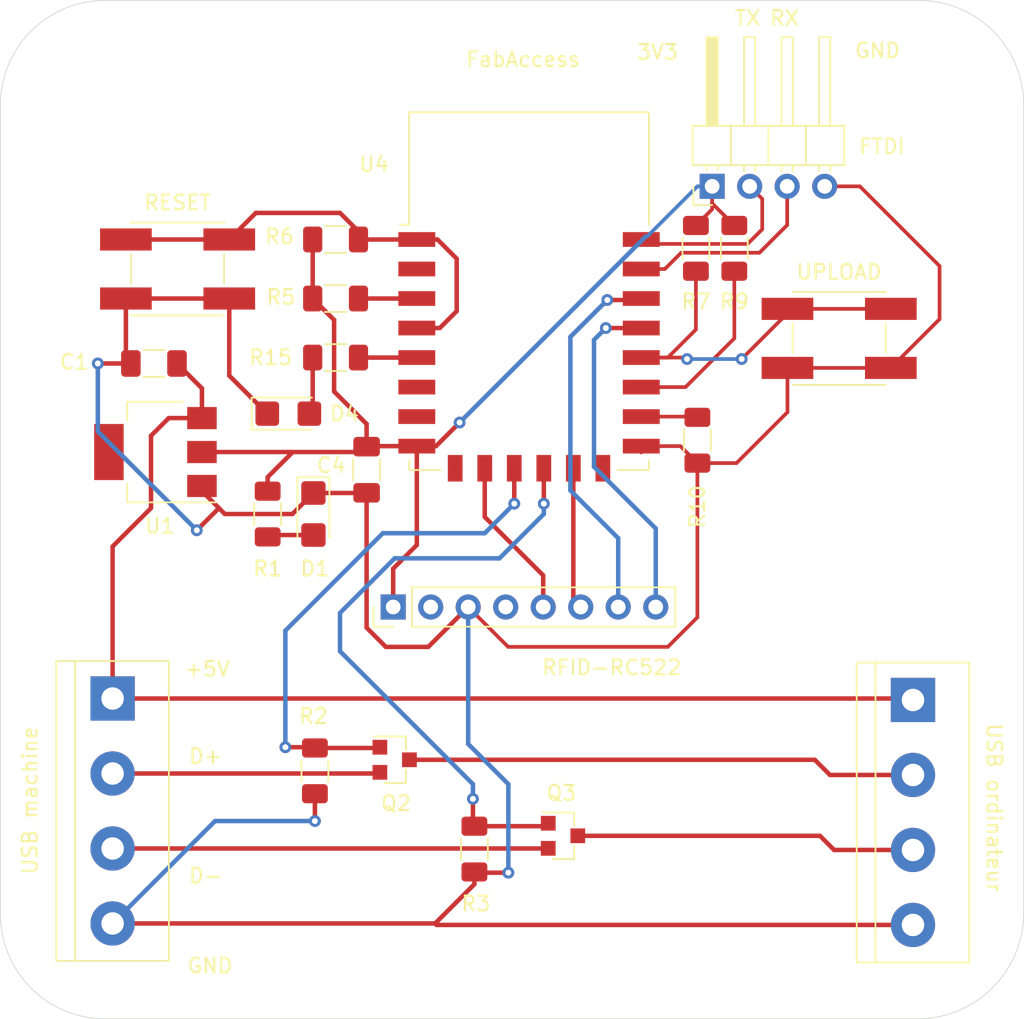
<source format=kicad_pcb>
(kicad_pcb (version 20171130) (host pcbnew "(5.1.9-0-10_14)")

  (general
    (thickness 1.6)
    (drawings 23)
    (tracks 183)
    (zones 0)
    (modules 25)
    (nets 31)
  )

  (page A4)
  (layers
    (0 F.Cu signal)
    (31 B.Cu signal)
    (32 B.Adhes user)
    (33 F.Adhes user)
    (34 B.Paste user)
    (35 F.Paste user)
    (36 B.SilkS user)
    (37 F.SilkS user)
    (38 B.Mask user)
    (39 F.Mask user)
    (40 Dwgs.User user hide)
    (41 Cmts.User user)
    (42 Eco1.User user)
    (43 Eco2.User user)
    (44 Edge.Cuts user)
    (45 Margin user)
    (46 B.CrtYd user)
    (47 F.CrtYd user)
    (48 B.Fab user hide)
    (49 F.Fab user hide)
  )

  (setup
    (last_trace_width 0.25)
    (user_trace_width 0.3048)
    (trace_clearance 0.2)
    (zone_clearance 0.508)
    (zone_45_only no)
    (trace_min 0.2)
    (via_size 0.8)
    (via_drill 0.4)
    (via_min_size 0.4)
    (via_min_drill 0.3)
    (uvia_size 0.3)
    (uvia_drill 0.1)
    (uvias_allowed no)
    (uvia_min_size 0.2)
    (uvia_min_drill 0.1)
    (edge_width 0.05)
    (segment_width 0.2)
    (pcb_text_width 0.3)
    (pcb_text_size 1.5 1.5)
    (mod_edge_width 0.12)
    (mod_text_size 1 1)
    (mod_text_width 0.15)
    (pad_size 3.2 3.2)
    (pad_drill 3.2)
    (pad_to_mask_clearance 0)
    (aux_axis_origin 0 0)
    (visible_elements FFFFFF7F)
    (pcbplotparams
      (layerselection 0x010fc_ffffffff)
      (usegerberextensions false)
      (usegerberattributes true)
      (usegerberadvancedattributes true)
      (creategerberjobfile true)
      (excludeedgelayer true)
      (linewidth 0.100000)
      (plotframeref false)
      (viasonmask false)
      (mode 1)
      (useauxorigin false)
      (hpglpennumber 1)
      (hpglpenspeed 20)
      (hpglpendiameter 15.000000)
      (psnegative false)
      (psa4output false)
      (plotreference true)
      (plotvalue true)
      (plotinvisibletext false)
      (padsonsilk false)
      (subtractmaskfromsilk false)
      (outputformat 1)
      (mirror false)
      (drillshape 1)
      (scaleselection 1)
      (outputdirectory ""))
  )

  (net 0 "")
  (net 1 GND)
  (net 2 +5V)
  (net 3 +3V3)
  (net 4 "Net-(D1-Pad2)")
  (net 5 "Net-(D4-Pad2)")
  (net 6 TX)
  (net 7 RX)
  (net 8 D-_computer)
  (net 9 D+_computer)
  (net 10 D-_machine)
  (net 11 D+_machine)
  (net 12 SDA)
  (net 13 SCL)
  (net 14 MOSI)
  (net 15 MISO)
  (net 16 IRQ)
  (net 17 RFID_RST)
  (net 18 RESET)
  (net 19 IO0)
  (net 20 D+_CTRL)
  (net 21 D-_CTRL)
  (net 22 "Net-(R5-Pad2)")
  (net 23 "Net-(R9-Pad2)")
  (net 24 "Net-(R10-Pad1)")
  (net 25 LED)
  (net 26 "Net-(U4-Pad14)")
  (net 27 "Net-(U4-Pad9)")
  (net 28 "Net-(U4-Pad7)")
  (net 29 "Net-(U4-Pad6)")
  (net 30 "Net-(U4-Pad2)")

  (net_class Default "This is the default net class."
    (clearance 0.2)
    (trace_width 0.25)
    (via_dia 0.8)
    (via_drill 0.4)
    (uvia_dia 0.3)
    (uvia_drill 0.1)
    (add_net +3V3)
    (add_net +5V)
    (add_net D+_CTRL)
    (add_net D+_computer)
    (add_net D+_machine)
    (add_net D-_CTRL)
    (add_net D-_computer)
    (add_net D-_machine)
    (add_net GND)
    (add_net IO0)
    (add_net IRQ)
    (add_net LED)
    (add_net MISO)
    (add_net MOSI)
    (add_net "Net-(D1-Pad2)")
    (add_net "Net-(D4-Pad2)")
    (add_net "Net-(R10-Pad1)")
    (add_net "Net-(R5-Pad2)")
    (add_net "Net-(R9-Pad2)")
    (add_net "Net-(U4-Pad14)")
    (add_net "Net-(U4-Pad2)")
    (add_net "Net-(U4-Pad6)")
    (add_net "Net-(U4-Pad7)")
    (add_net "Net-(U4-Pad9)")
    (add_net RESET)
    (add_net RFID_RST)
    (add_net RX)
    (add_net SCL)
    (add_net SDA)
    (add_net TX)
  )

  (module fab:Button_Omron_B3SN_6x6mm (layer F.Cu) (tedit 6072FD74) (tstamp 608C612A)
    (at 85 46.7)
    (descr "Surface Mount Tactile Switch for High-Density Packaging")
    (tags "Tactile Switch")
    (path /608CDFC8)
    (attr smd)
    (fp_text reference UPLOAD (at 0 -4.5) (layer F.SilkS)
      (effects (font (size 1 1) (thickness 0.15)))
    )
    (fp_text value BUTTON_B3SN (at 0 5.3) (layer F.Fab)
      (effects (font (size 1 1) (thickness 0.15)))
    )
    (fp_text user %R (at 0 -4.5) (layer F.Fab)
      (effects (font (size 1 1) (thickness 0.15)))
    )
    (fp_line (start -3.15 -3.15) (end 3.15 -3.15) (layer F.SilkS) (width 0.12))
    (fp_line (start -3.15 1) (end -3.15 -1) (layer F.SilkS) (width 0.12))
    (fp_line (start 3.15 3.15) (end -3.15 3.15) (layer F.SilkS) (width 0.12))
    (fp_line (start 3.15 -1) (end 3.15 1) (layer F.SilkS) (width 0.12))
    (fp_circle (center 0 0) (end 1.65 0) (layer F.Fab) (width 0.1))
    (fp_line (start -3 -3) (end 3 -3) (layer F.Fab) (width 0.1))
    (fp_line (start 3 -3) (end 3 3) (layer F.Fab) (width 0.1))
    (fp_line (start 3 3) (end -3 3) (layer F.Fab) (width 0.1))
    (fp_line (start -3 3) (end -3 -3) (layer F.Fab) (width 0.1))
    (fp_line (start -5.5 3.5) (end -5.5 -3.5) (layer F.Fab) (width 0.12))
    (fp_line (start 5.5 3.5) (end -5.5 3.5) (layer F.Fab) (width 0.12))
    (fp_line (start 5.5 -3.5) (end 5.5 3.5) (layer F.Fab) (width 0.12))
    (fp_line (start -5.5 -3.5) (end 5.5 -3.5) (layer F.Fab) (width 0.12))
    (pad 1 smd rect (at -3.5 -2) (size 3.5 1.5) (layers F.Cu F.Paste F.Mask)
      (net 19 IO0))
    (pad 1 smd rect (at 3.5 -2) (size 3.5 1.5) (layers F.Cu F.Paste F.Mask)
      (net 19 IO0))
    (pad 2 smd rect (at -3.5 2) (size 3.5 1.5) (layers F.Cu F.Paste F.Mask)
      (net 1 GND))
    (pad 2 smd rect (at 3.5 2) (size 3.5 1.5) (layers F.Cu F.Paste F.Mask)
      (net 1 GND))
    (model ${KISYS3DMOD}/Buttons_Switches_SMD.3dshapes/SW_SPST_B3S-1000.wrl
      (at (xyz 0 0 0))
      (scale (xyz 1 1 1))
      (rotate (xyz 0 0 0))
    )
    (model ":3Dmodels:tact switch SMD 6x6 mm x 4,5mm.step"
      (at (xyz 0 0 0))
      (scale (xyz 1 1 1))
      (rotate (xyz 0 0 0))
    )
  )

  (module Connector_PinHeader_2.54mm:PinHeader_1x04_P2.54mm_Horizontal (layer F.Cu) (tedit 59FED5CB) (tstamp 608C5EE8)
    (at 76.4 36.4 90)
    (descr "Through hole angled pin header, 1x04, 2.54mm pitch, 6mm pin length, single row")
    (tags "Through hole angled pin header THT 1x04 2.54mm single row")
    (path /608E8060)
    (fp_text reference FTDI (at 2.7 11.5 180) (layer F.SilkS)
      (effects (font (size 1 1) (thickness 0.15)))
    )
    (fp_text value Conn_01x04 (at 4.385 9.89 90) (layer F.Fab)
      (effects (font (size 1 1) (thickness 0.15)))
    )
    (fp_text user %R (at 2.77 3.81) (layer F.Fab)
      (effects (font (size 1 1) (thickness 0.15)))
    )
    (fp_line (start 2.135 -1.27) (end 4.04 -1.27) (layer F.Fab) (width 0.1))
    (fp_line (start 4.04 -1.27) (end 4.04 8.89) (layer F.Fab) (width 0.1))
    (fp_line (start 4.04 8.89) (end 1.5 8.89) (layer F.Fab) (width 0.1))
    (fp_line (start 1.5 8.89) (end 1.5 -0.635) (layer F.Fab) (width 0.1))
    (fp_line (start 1.5 -0.635) (end 2.135 -1.27) (layer F.Fab) (width 0.1))
    (fp_line (start -0.32 -0.32) (end 1.5 -0.32) (layer F.Fab) (width 0.1))
    (fp_line (start -0.32 -0.32) (end -0.32 0.32) (layer F.Fab) (width 0.1))
    (fp_line (start -0.32 0.32) (end 1.5 0.32) (layer F.Fab) (width 0.1))
    (fp_line (start 4.04 -0.32) (end 10.04 -0.32) (layer F.Fab) (width 0.1))
    (fp_line (start 10.04 -0.32) (end 10.04 0.32) (layer F.Fab) (width 0.1))
    (fp_line (start 4.04 0.32) (end 10.04 0.32) (layer F.Fab) (width 0.1))
    (fp_line (start -0.32 2.22) (end 1.5 2.22) (layer F.Fab) (width 0.1))
    (fp_line (start -0.32 2.22) (end -0.32 2.86) (layer F.Fab) (width 0.1))
    (fp_line (start -0.32 2.86) (end 1.5 2.86) (layer F.Fab) (width 0.1))
    (fp_line (start 4.04 2.22) (end 10.04 2.22) (layer F.Fab) (width 0.1))
    (fp_line (start 10.04 2.22) (end 10.04 2.86) (layer F.Fab) (width 0.1))
    (fp_line (start 4.04 2.86) (end 10.04 2.86) (layer F.Fab) (width 0.1))
    (fp_line (start -0.32 4.76) (end 1.5 4.76) (layer F.Fab) (width 0.1))
    (fp_line (start -0.32 4.76) (end -0.32 5.4) (layer F.Fab) (width 0.1))
    (fp_line (start -0.32 5.4) (end 1.5 5.4) (layer F.Fab) (width 0.1))
    (fp_line (start 4.04 4.76) (end 10.04 4.76) (layer F.Fab) (width 0.1))
    (fp_line (start 10.04 4.76) (end 10.04 5.4) (layer F.Fab) (width 0.1))
    (fp_line (start 4.04 5.4) (end 10.04 5.4) (layer F.Fab) (width 0.1))
    (fp_line (start -0.32 7.3) (end 1.5 7.3) (layer F.Fab) (width 0.1))
    (fp_line (start -0.32 7.3) (end -0.32 7.94) (layer F.Fab) (width 0.1))
    (fp_line (start -0.32 7.94) (end 1.5 7.94) (layer F.Fab) (width 0.1))
    (fp_line (start 4.04 7.3) (end 10.04 7.3) (layer F.Fab) (width 0.1))
    (fp_line (start 10.04 7.3) (end 10.04 7.94) (layer F.Fab) (width 0.1))
    (fp_line (start 4.04 7.94) (end 10.04 7.94) (layer F.Fab) (width 0.1))
    (fp_line (start 1.44 -1.33) (end 1.44 8.95) (layer F.SilkS) (width 0.12))
    (fp_line (start 1.44 8.95) (end 4.1 8.95) (layer F.SilkS) (width 0.12))
    (fp_line (start 4.1 8.95) (end 4.1 -1.33) (layer F.SilkS) (width 0.12))
    (fp_line (start 4.1 -1.33) (end 1.44 -1.33) (layer F.SilkS) (width 0.12))
    (fp_line (start 4.1 -0.38) (end 10.1 -0.38) (layer F.SilkS) (width 0.12))
    (fp_line (start 10.1 -0.38) (end 10.1 0.38) (layer F.SilkS) (width 0.12))
    (fp_line (start 10.1 0.38) (end 4.1 0.38) (layer F.SilkS) (width 0.12))
    (fp_line (start 4.1 -0.32) (end 10.1 -0.32) (layer F.SilkS) (width 0.12))
    (fp_line (start 4.1 -0.2) (end 10.1 -0.2) (layer F.SilkS) (width 0.12))
    (fp_line (start 4.1 -0.08) (end 10.1 -0.08) (layer F.SilkS) (width 0.12))
    (fp_line (start 4.1 0.04) (end 10.1 0.04) (layer F.SilkS) (width 0.12))
    (fp_line (start 4.1 0.16) (end 10.1 0.16) (layer F.SilkS) (width 0.12))
    (fp_line (start 4.1 0.28) (end 10.1 0.28) (layer F.SilkS) (width 0.12))
    (fp_line (start 1.11 -0.38) (end 1.44 -0.38) (layer F.SilkS) (width 0.12))
    (fp_line (start 1.11 0.38) (end 1.44 0.38) (layer F.SilkS) (width 0.12))
    (fp_line (start 1.44 1.27) (end 4.1 1.27) (layer F.SilkS) (width 0.12))
    (fp_line (start 4.1 2.16) (end 10.1 2.16) (layer F.SilkS) (width 0.12))
    (fp_line (start 10.1 2.16) (end 10.1 2.92) (layer F.SilkS) (width 0.12))
    (fp_line (start 10.1 2.92) (end 4.1 2.92) (layer F.SilkS) (width 0.12))
    (fp_line (start 1.042929 2.16) (end 1.44 2.16) (layer F.SilkS) (width 0.12))
    (fp_line (start 1.042929 2.92) (end 1.44 2.92) (layer F.SilkS) (width 0.12))
    (fp_line (start 1.44 3.81) (end 4.1 3.81) (layer F.SilkS) (width 0.12))
    (fp_line (start 4.1 4.7) (end 10.1 4.7) (layer F.SilkS) (width 0.12))
    (fp_line (start 10.1 4.7) (end 10.1 5.46) (layer F.SilkS) (width 0.12))
    (fp_line (start 10.1 5.46) (end 4.1 5.46) (layer F.SilkS) (width 0.12))
    (fp_line (start 1.042929 4.7) (end 1.44 4.7) (layer F.SilkS) (width 0.12))
    (fp_line (start 1.042929 5.46) (end 1.44 5.46) (layer F.SilkS) (width 0.12))
    (fp_line (start 1.44 6.35) (end 4.1 6.35) (layer F.SilkS) (width 0.12))
    (fp_line (start 4.1 7.24) (end 10.1 7.24) (layer F.SilkS) (width 0.12))
    (fp_line (start 10.1 7.24) (end 10.1 8) (layer F.SilkS) (width 0.12))
    (fp_line (start 10.1 8) (end 4.1 8) (layer F.SilkS) (width 0.12))
    (fp_line (start 1.042929 7.24) (end 1.44 7.24) (layer F.SilkS) (width 0.12))
    (fp_line (start 1.042929 8) (end 1.44 8) (layer F.SilkS) (width 0.12))
    (fp_line (start -1.27 0) (end -1.27 -1.27) (layer F.SilkS) (width 0.12))
    (fp_line (start -1.27 -1.27) (end 0 -1.27) (layer F.SilkS) (width 0.12))
    (fp_line (start -1.8 -1.8) (end -1.8 9.4) (layer F.CrtYd) (width 0.05))
    (fp_line (start -1.8 9.4) (end 10.55 9.4) (layer F.CrtYd) (width 0.05))
    (fp_line (start 10.55 9.4) (end 10.55 -1.8) (layer F.CrtYd) (width 0.05))
    (fp_line (start 10.55 -1.8) (end -1.8 -1.8) (layer F.CrtYd) (width 0.05))
    (pad 4 thru_hole oval (at 0 7.62 90) (size 1.7 1.7) (drill 1) (layers *.Cu *.Mask)
      (net 1 GND))
    (pad 3 thru_hole oval (at 0 5.08 90) (size 1.7 1.7) (drill 1) (layers *.Cu *.Mask)
      (net 7 RX))
    (pad 2 thru_hole oval (at 0 2.54 90) (size 1.7 1.7) (drill 1) (layers *.Cu *.Mask)
      (net 6 TX))
    (pad 1 thru_hole rect (at 0 0 90) (size 1.7 1.7) (drill 1) (layers *.Cu *.Mask)
      (net 3 +3V3))
    (model ${KISYS3DMOD}/Connector_PinHeader_2.54mm.3dshapes/PinHeader_1x04_P2.54mm_Horizontal.wrl
      (at (xyz 0 0 0))
      (scale (xyz 1 1 1))
      (rotate (xyz 0 0 0))
    )
  )

  (module MountingHole:MountingHole_3.2mm_M3 (layer F.Cu) (tedit 56D1B4CB) (tstamp 608C95B1)
    (at 90.4 30.9)
    (descr "Mounting Hole 3.2mm, no annular, M3")
    (tags "mounting hole 3.2mm no annular m3")
    (attr virtual)
    (fp_text reference REF** (at 0 -4.2) (layer F.SilkS) hide
      (effects (font (size 1 1) (thickness 0.15)))
    )
    (fp_text value MountingHole_3.2mm_M3 (at 0 4.2) (layer F.Fab)
      (effects (font (size 1 1) (thickness 0.15)))
    )
    (fp_circle (center 0 0) (end 3.45 0) (layer F.CrtYd) (width 0.05))
    (fp_circle (center 0 0) (end 3.2 0) (layer Cmts.User) (width 0.15))
    (fp_text user %R (at 0.3 0) (layer F.Fab)
      (effects (font (size 1 1) (thickness 0.15)))
    )
    (pad 1 np_thru_hole circle (at 0 0) (size 3.2 3.2) (drill 3.2) (layers *.Cu *.Mask))
  )

  (module MountingHole:MountingHole_3.2mm_M3 (layer F.Cu) (tedit 56D1B4CB) (tstamp 608C9578)
    (at 35.4 30.9)
    (descr "Mounting Hole 3.2mm, no annular, M3")
    (tags "mounting hole 3.2mm no annular m3")
    (attr virtual)
    (fp_text reference REF** (at 0 -4.2) (layer F.SilkS) hide
      (effects (font (size 1 1) (thickness 0.15)))
    )
    (fp_text value MountingHole_3.2mm_M3 (at 0 4.2) (layer F.Fab)
      (effects (font (size 1 1) (thickness 0.15)))
    )
    (fp_circle (center 0 0) (end 3.45 0) (layer F.CrtYd) (width 0.05))
    (fp_circle (center 0 0) (end 3.2 0) (layer Cmts.User) (width 0.15))
    (fp_text user %R (at 0.3 0) (layer F.Fab)
      (effects (font (size 1 1) (thickness 0.15)))
    )
    (pad 1 np_thru_hole circle (at 0 0) (size 3.2 3.2) (drill 3.2) (layers *.Cu *.Mask))
  )

  (module RF_Module:ESP-12E (layer F.Cu) (tedit 5A030172) (tstamp 608C768C)
    (at 64 43.5)
    (descr "Wi-Fi Module, http://wiki.ai-thinker.com/_media/esp8266/docs/aithinker_esp_12f_datasheet_en.pdf")
    (tags "Wi-Fi Module")
    (path /607ECD9F)
    (attr smd)
    (fp_text reference U4 (at -10.5 -8.6) (layer F.SilkS)
      (effects (font (size 1 1) (thickness 0.15)))
    )
    (fp_text value ESP-12E (at -0.06 -12.78) (layer F.Fab)
      (effects (font (size 1 1) (thickness 0.15)))
    )
    (fp_line (start 5.56 -4.8) (end 8.12 -7.36) (layer Dwgs.User) (width 0.12))
    (fp_line (start 2.56 -4.8) (end 8.12 -10.36) (layer Dwgs.User) (width 0.12))
    (fp_line (start -0.44 -4.8) (end 6.88 -12.12) (layer Dwgs.User) (width 0.12))
    (fp_line (start -3.44 -4.8) (end 3.88 -12.12) (layer Dwgs.User) (width 0.12))
    (fp_line (start -6.44 -4.8) (end 0.88 -12.12) (layer Dwgs.User) (width 0.12))
    (fp_line (start -8.12 -6.12) (end -2.12 -12.12) (layer Dwgs.User) (width 0.12))
    (fp_line (start -8.12 -9.12) (end -5.12 -12.12) (layer Dwgs.User) (width 0.12))
    (fp_line (start -8.12 -4.8) (end -8.12 -12.12) (layer Dwgs.User) (width 0.12))
    (fp_line (start 8.12 -4.8) (end -8.12 -4.8) (layer Dwgs.User) (width 0.12))
    (fp_line (start 8.12 -12.12) (end 8.12 -4.8) (layer Dwgs.User) (width 0.12))
    (fp_line (start -8.12 -12.12) (end 8.12 -12.12) (layer Dwgs.User) (width 0.12))
    (fp_line (start -8.12 -4.5) (end -8.73 -4.5) (layer F.SilkS) (width 0.12))
    (fp_line (start -8.12 -4.5) (end -8.12 -12.12) (layer F.SilkS) (width 0.12))
    (fp_line (start -8.12 12.12) (end -8.12 11.5) (layer F.SilkS) (width 0.12))
    (fp_line (start -6 12.12) (end -8.12 12.12) (layer F.SilkS) (width 0.12))
    (fp_line (start 8.12 12.12) (end 6 12.12) (layer F.SilkS) (width 0.12))
    (fp_line (start 8.12 11.5) (end 8.12 12.12) (layer F.SilkS) (width 0.12))
    (fp_line (start 8.12 -12.12) (end 8.12 -4.5) (layer F.SilkS) (width 0.12))
    (fp_line (start -8.12 -12.12) (end 8.12 -12.12) (layer F.SilkS) (width 0.12))
    (fp_line (start -9.05 13.1) (end -9.05 -12.2) (layer F.CrtYd) (width 0.05))
    (fp_line (start 9.05 13.1) (end -9.05 13.1) (layer F.CrtYd) (width 0.05))
    (fp_line (start 9.05 -12.2) (end 9.05 13.1) (layer F.CrtYd) (width 0.05))
    (fp_line (start -9.05 -12.2) (end 9.05 -12.2) (layer F.CrtYd) (width 0.05))
    (fp_line (start -8 -4) (end -8 -12) (layer F.Fab) (width 0.12))
    (fp_line (start -7.5 -3.5) (end -8 -4) (layer F.Fab) (width 0.12))
    (fp_line (start -8 -3) (end -7.5 -3.5) (layer F.Fab) (width 0.12))
    (fp_line (start -8 12) (end -8 -3) (layer F.Fab) (width 0.12))
    (fp_line (start 8 12) (end -8 12) (layer F.Fab) (width 0.12))
    (fp_line (start 8 -12) (end 8 12) (layer F.Fab) (width 0.12))
    (fp_line (start -8 -12) (end 8 -12) (layer F.Fab) (width 0.12))
    (fp_text user %R (at 0.49 -0.8) (layer F.Fab)
      (effects (font (size 1 1) (thickness 0.15)))
    )
    (fp_text user "KEEP-OUT ZONE" (at 0.03 -9.55 180) (layer Cmts.User)
      (effects (font (size 1 1) (thickness 0.15)))
    )
    (fp_text user Antenna (at -0.06 -7 180) (layer Cmts.User)
      (effects (font (size 1 1) (thickness 0.15)))
    )
    (pad 22 smd rect (at 7.6 -3.5) (size 2.5 1) (layers F.Cu F.Paste F.Mask)
      (net 6 TX))
    (pad 21 smd rect (at 7.6 -1.5) (size 2.5 1) (layers F.Cu F.Paste F.Mask)
      (net 7 RX))
    (pad 20 smd rect (at 7.6 0.5) (size 2.5 1) (layers F.Cu F.Paste F.Mask)
      (net 13 SCL))
    (pad 19 smd rect (at 7.6 2.5) (size 2.5 1) (layers F.Cu F.Paste F.Mask)
      (net 12 SDA))
    (pad 18 smd rect (at 7.6 4.5) (size 2.5 1) (layers F.Cu F.Paste F.Mask)
      (net 19 IO0))
    (pad 17 smd rect (at 7.6 6.5) (size 2.5 1) (layers F.Cu F.Paste F.Mask)
      (net 23 "Net-(R9-Pad2)"))
    (pad 16 smd rect (at 7.6 8.5) (size 2.5 1) (layers F.Cu F.Paste F.Mask)
      (net 24 "Net-(R10-Pad1)"))
    (pad 15 smd rect (at 7.6 10.5) (size 2.5 1) (layers F.Cu F.Paste F.Mask)
      (net 1 GND))
    (pad 14 smd rect (at 5 12) (size 1 1.8) (layers F.Cu F.Paste F.Mask)
      (net 26 "Net-(U4-Pad14)"))
    (pad 13 smd rect (at 3 12) (size 1 1.8) (layers F.Cu F.Paste F.Mask)
      (net 14 MOSI))
    (pad 12 smd rect (at 1 12) (size 1 1.8) (layers F.Cu F.Paste F.Mask)
      (net 21 D-_CTRL))
    (pad 11 smd rect (at -1 12) (size 1 1.8) (layers F.Cu F.Paste F.Mask)
      (net 20 D+_CTRL))
    (pad 10 smd rect (at -3 12) (size 1 1.8) (layers F.Cu F.Paste F.Mask)
      (net 15 MISO))
    (pad 9 smd rect (at -5 12) (size 1 1.8) (layers F.Cu F.Paste F.Mask)
      (net 27 "Net-(U4-Pad9)"))
    (pad 8 smd rect (at -7.6 10.5) (size 2.5 1) (layers F.Cu F.Paste F.Mask)
      (net 3 +3V3))
    (pad 7 smd rect (at -7.6 8.5) (size 2.5 1) (layers F.Cu F.Paste F.Mask)
      (net 28 "Net-(U4-Pad7)"))
    (pad 6 smd rect (at -7.6 6.5) (size 2.5 1) (layers F.Cu F.Paste F.Mask)
      (net 29 "Net-(U4-Pad6)"))
    (pad 5 smd rect (at -7.6 4.5) (size 2.5 1) (layers F.Cu F.Paste F.Mask)
      (net 25 LED))
    (pad 4 smd rect (at -7.6 2.5) (size 2.5 1) (layers F.Cu F.Paste F.Mask)
      (net 18 RESET))
    (pad 3 smd rect (at -7.6 0.5) (size 2.5 1) (layers F.Cu F.Paste F.Mask)
      (net 22 "Net-(R5-Pad2)"))
    (pad 2 smd rect (at -7.6 -1.5) (size 2.5 1) (layers F.Cu F.Paste F.Mask)
      (net 30 "Net-(U4-Pad2)"))
    (pad 1 smd rect (at -7.6 -3.5) (size 2.5 1) (layers F.Cu F.Paste F.Mask)
      (net 18 RESET))
    (model ${KISYS3DMOD}/RF_Module.3dshapes/ESP-12E.wrl
      (at (xyz 0 0 0))
      (scale (xyz 1 1 1))
      (rotate (xyz 0 0 0))
    )
  )

  (module Package_TO_SOT_SMD:SOT-223 (layer F.Cu) (tedit 5A02FF57) (tstamp 608C7651)
    (at 38.7 54.4 180)
    (descr "module CMS SOT223 4 pins")
    (tags "CMS SOT")
    (path /607FEC36)
    (attr smd)
    (fp_text reference U1 (at -0.3 -5) (layer F.SilkS)
      (effects (font (size 1 1) (thickness 0.15)))
    )
    (fp_text value LM1117-3.3 (at 0 4.5) (layer F.Fab)
      (effects (font (size 1 1) (thickness 0.15)))
    )
    (fp_line (start 1.85 -3.35) (end 1.85 3.35) (layer F.Fab) (width 0.1))
    (fp_line (start -1.85 3.35) (end 1.85 3.35) (layer F.Fab) (width 0.1))
    (fp_line (start -4.1 -3.41) (end 1.91 -3.41) (layer F.SilkS) (width 0.12))
    (fp_line (start -0.8 -3.35) (end 1.85 -3.35) (layer F.Fab) (width 0.1))
    (fp_line (start -1.85 3.41) (end 1.91 3.41) (layer F.SilkS) (width 0.12))
    (fp_line (start -1.85 -2.3) (end -1.85 3.35) (layer F.Fab) (width 0.1))
    (fp_line (start -4.4 -3.6) (end -4.4 3.6) (layer F.CrtYd) (width 0.05))
    (fp_line (start -4.4 3.6) (end 4.4 3.6) (layer F.CrtYd) (width 0.05))
    (fp_line (start 4.4 3.6) (end 4.4 -3.6) (layer F.CrtYd) (width 0.05))
    (fp_line (start 4.4 -3.6) (end -4.4 -3.6) (layer F.CrtYd) (width 0.05))
    (fp_line (start 1.91 -3.41) (end 1.91 -2.15) (layer F.SilkS) (width 0.12))
    (fp_line (start 1.91 3.41) (end 1.91 2.15) (layer F.SilkS) (width 0.12))
    (fp_line (start -1.85 -2.3) (end -0.8 -3.35) (layer F.Fab) (width 0.1))
    (fp_text user %R (at 0 0 90) (layer F.Fab)
      (effects (font (size 0.8 0.8) (thickness 0.12)))
    )
    (pad 1 smd rect (at -3.15 -2.3 180) (size 2 1.5) (layers F.Cu F.Paste F.Mask)
      (net 1 GND))
    (pad 3 smd rect (at -3.15 2.3 180) (size 2 1.5) (layers F.Cu F.Paste F.Mask)
      (net 2 +5V))
    (pad 2 smd rect (at -3.15 0 180) (size 2 1.5) (layers F.Cu F.Paste F.Mask)
      (net 3 +3V3))
    (pad 4 smd rect (at 3.15 0 180) (size 2 3.8) (layers F.Cu F.Paste F.Mask))
    (model ${KISYS3DMOD}/Package_TO_SOT_SMD.3dshapes/SOT-223.wrl
      (at (xyz 0 0 0))
      (scale (xyz 1 1 1))
      (rotate (xyz 0 0 0))
    )
  )

  (module fab:Button_Omron_B3SN_6x6mm (layer F.Cu) (tedit 6072FD74) (tstamp 608C763B)
    (at 40.2 42)
    (descr "Surface Mount Tactile Switch for High-Density Packaging")
    (tags "Tactile Switch")
    (path /607FC406)
    (attr smd)
    (fp_text reference RESET (at 0 -4.5) (layer F.SilkS)
      (effects (font (size 1 1) (thickness 0.15)))
    )
    (fp_text value BUTTON_B3SN (at 0 5.3) (layer F.Fab)
      (effects (font (size 1 1) (thickness 0.15)))
    )
    (fp_line (start -5.5 -3.5) (end 5.5 -3.5) (layer F.Fab) (width 0.12))
    (fp_line (start 5.5 -3.5) (end 5.5 3.5) (layer F.Fab) (width 0.12))
    (fp_line (start 5.5 3.5) (end -5.5 3.5) (layer F.Fab) (width 0.12))
    (fp_line (start -5.5 3.5) (end -5.5 -3.5) (layer F.Fab) (width 0.12))
    (fp_line (start -3 3) (end -3 -3) (layer F.Fab) (width 0.1))
    (fp_line (start 3 3) (end -3 3) (layer F.Fab) (width 0.1))
    (fp_line (start 3 -3) (end 3 3) (layer F.Fab) (width 0.1))
    (fp_line (start -3 -3) (end 3 -3) (layer F.Fab) (width 0.1))
    (fp_circle (center 0 0) (end 1.65 0) (layer F.Fab) (width 0.1))
    (fp_line (start 3.15 -1) (end 3.15 1) (layer F.SilkS) (width 0.12))
    (fp_line (start 3.15 3.15) (end -3.15 3.15) (layer F.SilkS) (width 0.12))
    (fp_line (start -3.15 1) (end -3.15 -1) (layer F.SilkS) (width 0.12))
    (fp_line (start -3.15 -3.15) (end 3.15 -3.15) (layer F.SilkS) (width 0.12))
    (fp_text user %R (at 0 -4.5) (layer F.Fab)
      (effects (font (size 1 1) (thickness 0.15)))
    )
    (pad 1 smd rect (at -3.5 -2) (size 3.5 1.5) (layers F.Cu F.Paste F.Mask)
      (net 18 RESET))
    (pad 1 smd rect (at 3.5 -2) (size 3.5 1.5) (layers F.Cu F.Paste F.Mask)
      (net 18 RESET))
    (pad 2 smd rect (at -3.5 2) (size 3.5 1.5) (layers F.Cu F.Paste F.Mask)
      (net 1 GND))
    (pad 2 smd rect (at 3.5 2) (size 3.5 1.5) (layers F.Cu F.Paste F.Mask)
      (net 1 GND))
    (model ${KISYS3DMOD}/Buttons_Switches_SMD.3dshapes/SW_SPST_B3S-1000.wrl
      (at (xyz 0 0 0))
      (scale (xyz 1 1 1))
      (rotate (xyz 0 0 0))
    )
    (model ":3Dmodels:tact switch SMD 6x6 mm x 4,5mm.step"
      (at (xyz 0 0 0))
      (scale (xyz 1 1 1))
      (rotate (xyz 0 0 0))
    )
  )

  (module Resistor_SMD:R_1206_3216Metric_Pad1.30x1.75mm_HandSolder (layer F.Cu) (tedit 5F68FEEE) (tstamp 608C7625)
    (at 50.9 48)
    (descr "Resistor SMD 1206 (3216 Metric), square (rectangular) end terminal, IPC_7351 nominal with elongated pad for handsoldering. (Body size source: IPC-SM-782 page 72, https://www.pcb-3d.com/wordpress/wp-content/uploads/ipc-sm-782a_amendment_1_and_2.pdf), generated with kicad-footprint-generator")
    (tags "resistor handsolder")
    (path /60BAABBC)
    (attr smd)
    (fp_text reference R15 (at -4.4 0) (layer F.SilkS)
      (effects (font (size 1 1) (thickness 0.15)))
    )
    (fp_text value 470 (at 0 1.82) (layer F.Fab)
      (effects (font (size 1 1) (thickness 0.15)))
    )
    (fp_line (start 2.45 1.12) (end -2.45 1.12) (layer F.CrtYd) (width 0.05))
    (fp_line (start 2.45 -1.12) (end 2.45 1.12) (layer F.CrtYd) (width 0.05))
    (fp_line (start -2.45 -1.12) (end 2.45 -1.12) (layer F.CrtYd) (width 0.05))
    (fp_line (start -2.45 1.12) (end -2.45 -1.12) (layer F.CrtYd) (width 0.05))
    (fp_line (start -0.727064 0.91) (end 0.727064 0.91) (layer F.SilkS) (width 0.12))
    (fp_line (start -0.727064 -0.91) (end 0.727064 -0.91) (layer F.SilkS) (width 0.12))
    (fp_line (start 1.6 0.8) (end -1.6 0.8) (layer F.Fab) (width 0.1))
    (fp_line (start 1.6 -0.8) (end 1.6 0.8) (layer F.Fab) (width 0.1))
    (fp_line (start -1.6 -0.8) (end 1.6 -0.8) (layer F.Fab) (width 0.1))
    (fp_line (start -1.6 0.8) (end -1.6 -0.8) (layer F.Fab) (width 0.1))
    (fp_text user %R (at 0 0) (layer F.Fab)
      (effects (font (size 0.8 0.8) (thickness 0.12)))
    )
    (pad 2 smd roundrect (at 1.55 0) (size 1.3 1.75) (layers F.Cu F.Paste F.Mask) (roundrect_rratio 0.192308)
      (net 25 LED))
    (pad 1 smd roundrect (at -1.55 0) (size 1.3 1.75) (layers F.Cu F.Paste F.Mask) (roundrect_rratio 0.192308)
      (net 5 "Net-(D4-Pad2)"))
    (model ${KISYS3DMOD}/Resistor_SMD.3dshapes/R_1206_3216Metric.wrl
      (at (xyz 0 0 0))
      (scale (xyz 1 1 1))
      (rotate (xyz 0 0 0))
    )
  )

  (module Resistor_SMD:R_1206_3216Metric_Pad1.30x1.75mm_HandSolder (layer F.Cu) (tedit 5F68FEEE) (tstamp 608C7614)
    (at 75.4 53.6 270)
    (descr "Resistor SMD 1206 (3216 Metric), square (rectangular) end terminal, IPC_7351 nominal with elongated pad for handsoldering. (Body size source: IPC-SM-782 page 72, https://www.pcb-3d.com/wordpress/wp-content/uploads/ipc-sm-782a_amendment_1_and_2.pdf), generated with kicad-footprint-generator")
    (tags "resistor handsolder")
    (path /6099CCB4)
    (attr smd)
    (fp_text reference R10 (at 4.5 0 90) (layer F.SilkS)
      (effects (font (size 1 1) (thickness 0.15)))
    )
    (fp_text value 10K (at 0 1.82 90) (layer F.Fab)
      (effects (font (size 1 1) (thickness 0.15)))
    )
    (fp_line (start 2.45 1.12) (end -2.45 1.12) (layer F.CrtYd) (width 0.05))
    (fp_line (start 2.45 -1.12) (end 2.45 1.12) (layer F.CrtYd) (width 0.05))
    (fp_line (start -2.45 -1.12) (end 2.45 -1.12) (layer F.CrtYd) (width 0.05))
    (fp_line (start -2.45 1.12) (end -2.45 -1.12) (layer F.CrtYd) (width 0.05))
    (fp_line (start -0.727064 0.91) (end 0.727064 0.91) (layer F.SilkS) (width 0.12))
    (fp_line (start -0.727064 -0.91) (end 0.727064 -0.91) (layer F.SilkS) (width 0.12))
    (fp_line (start 1.6 0.8) (end -1.6 0.8) (layer F.Fab) (width 0.1))
    (fp_line (start 1.6 -0.8) (end 1.6 0.8) (layer F.Fab) (width 0.1))
    (fp_line (start -1.6 -0.8) (end 1.6 -0.8) (layer F.Fab) (width 0.1))
    (fp_line (start -1.6 0.8) (end -1.6 -0.8) (layer F.Fab) (width 0.1))
    (fp_text user %R (at 0 0 90) (layer F.Fab)
      (effects (font (size 0.8 0.8) (thickness 0.12)))
    )
    (pad 2 smd roundrect (at 1.55 0 270) (size 1.3 1.75) (layers F.Cu F.Paste F.Mask) (roundrect_rratio 0.192308)
      (net 1 GND))
    (pad 1 smd roundrect (at -1.55 0 270) (size 1.3 1.75) (layers F.Cu F.Paste F.Mask) (roundrect_rratio 0.192308)
      (net 24 "Net-(R10-Pad1)"))
    (model ${KISYS3DMOD}/Resistor_SMD.3dshapes/R_1206_3216Metric.wrl
      (at (xyz 0 0 0))
      (scale (xyz 1 1 1))
      (rotate (xyz 0 0 0))
    )
  )

  (module Resistor_SMD:R_1206_3216Metric_Pad1.30x1.75mm_HandSolder (layer F.Cu) (tedit 5F68FEEE) (tstamp 608C7603)
    (at 77.9 40.6 270)
    (descr "Resistor SMD 1206 (3216 Metric), square (rectangular) end terminal, IPC_7351 nominal with elongated pad for handsoldering. (Body size source: IPC-SM-782 page 72, https://www.pcb-3d.com/wordpress/wp-content/uploads/ipc-sm-782a_amendment_1_and_2.pdf), generated with kicad-footprint-generator")
    (tags "resistor handsolder")
    (path /6098CCD4)
    (attr smd)
    (fp_text reference R9 (at 3.6 0 180) (layer F.SilkS)
      (effects (font (size 1 1) (thickness 0.15)))
    )
    (fp_text value 10K (at 0 1.82 90) (layer F.Fab)
      (effects (font (size 1 1) (thickness 0.15)))
    )
    (fp_line (start 2.45 1.12) (end -2.45 1.12) (layer F.CrtYd) (width 0.05))
    (fp_line (start 2.45 -1.12) (end 2.45 1.12) (layer F.CrtYd) (width 0.05))
    (fp_line (start -2.45 -1.12) (end 2.45 -1.12) (layer F.CrtYd) (width 0.05))
    (fp_line (start -2.45 1.12) (end -2.45 -1.12) (layer F.CrtYd) (width 0.05))
    (fp_line (start -0.727064 0.91) (end 0.727064 0.91) (layer F.SilkS) (width 0.12))
    (fp_line (start -0.727064 -0.91) (end 0.727064 -0.91) (layer F.SilkS) (width 0.12))
    (fp_line (start 1.6 0.8) (end -1.6 0.8) (layer F.Fab) (width 0.1))
    (fp_line (start 1.6 -0.8) (end 1.6 0.8) (layer F.Fab) (width 0.1))
    (fp_line (start -1.6 -0.8) (end 1.6 -0.8) (layer F.Fab) (width 0.1))
    (fp_line (start -1.6 0.8) (end -1.6 -0.8) (layer F.Fab) (width 0.1))
    (fp_text user %R (at 0 0 90) (layer F.Fab)
      (effects (font (size 0.8 0.8) (thickness 0.12)))
    )
    (pad 2 smd roundrect (at 1.55 0 270) (size 1.3 1.75) (layers F.Cu F.Paste F.Mask) (roundrect_rratio 0.192308)
      (net 23 "Net-(R9-Pad2)"))
    (pad 1 smd roundrect (at -1.55 0 270) (size 1.3 1.75) (layers F.Cu F.Paste F.Mask) (roundrect_rratio 0.192308)
      (net 3 +3V3))
    (model ${KISYS3DMOD}/Resistor_SMD.3dshapes/R_1206_3216Metric.wrl
      (at (xyz 0 0 0))
      (scale (xyz 1 1 1))
      (rotate (xyz 0 0 0))
    )
  )

  (module Resistor_SMD:R_1206_3216Metric_Pad1.30x1.75mm_HandSolder (layer F.Cu) (tedit 5F68FEEE) (tstamp 608C75F2)
    (at 75.3 40.6 270)
    (descr "Resistor SMD 1206 (3216 Metric), square (rectangular) end terminal, IPC_7351 nominal with elongated pad for handsoldering. (Body size source: IPC-SM-782 page 72, https://www.pcb-3d.com/wordpress/wp-content/uploads/ipc-sm-782a_amendment_1_and_2.pdf), generated with kicad-footprint-generator")
    (tags "resistor handsolder")
    (path /6098B8E3)
    (attr smd)
    (fp_text reference R7 (at 3.6 0 180) (layer F.SilkS)
      (effects (font (size 1 1) (thickness 0.15)))
    )
    (fp_text value 10K (at 0 1.82 90) (layer F.Fab)
      (effects (font (size 1 1) (thickness 0.15)))
    )
    (fp_line (start 2.45 1.12) (end -2.45 1.12) (layer F.CrtYd) (width 0.05))
    (fp_line (start 2.45 -1.12) (end 2.45 1.12) (layer F.CrtYd) (width 0.05))
    (fp_line (start -2.45 -1.12) (end 2.45 -1.12) (layer F.CrtYd) (width 0.05))
    (fp_line (start -2.45 1.12) (end -2.45 -1.12) (layer F.CrtYd) (width 0.05))
    (fp_line (start -0.727064 0.91) (end 0.727064 0.91) (layer F.SilkS) (width 0.12))
    (fp_line (start -0.727064 -0.91) (end 0.727064 -0.91) (layer F.SilkS) (width 0.12))
    (fp_line (start 1.6 0.8) (end -1.6 0.8) (layer F.Fab) (width 0.1))
    (fp_line (start 1.6 -0.8) (end 1.6 0.8) (layer F.Fab) (width 0.1))
    (fp_line (start -1.6 -0.8) (end 1.6 -0.8) (layer F.Fab) (width 0.1))
    (fp_line (start -1.6 0.8) (end -1.6 -0.8) (layer F.Fab) (width 0.1))
    (fp_text user %R (at 0 0 90) (layer F.Fab)
      (effects (font (size 0.8 0.8) (thickness 0.12)))
    )
    (pad 2 smd roundrect (at 1.55 0 270) (size 1.3 1.75) (layers F.Cu F.Paste F.Mask) (roundrect_rratio 0.192308)
      (net 19 IO0))
    (pad 1 smd roundrect (at -1.55 0 270) (size 1.3 1.75) (layers F.Cu F.Paste F.Mask) (roundrect_rratio 0.192308)
      (net 3 +3V3))
    (model ${KISYS3DMOD}/Resistor_SMD.3dshapes/R_1206_3216Metric.wrl
      (at (xyz 0 0 0))
      (scale (xyz 1 1 1))
      (rotate (xyz 0 0 0))
    )
  )

  (module Resistor_SMD:R_1206_3216Metric_Pad1.30x1.75mm_HandSolder (layer F.Cu) (tedit 5F68FEEE) (tstamp 608C75E1)
    (at 50.9 40)
    (descr "Resistor SMD 1206 (3216 Metric), square (rectangular) end terminal, IPC_7351 nominal with elongated pad for handsoldering. (Body size source: IPC-SM-782 page 72, https://www.pcb-3d.com/wordpress/wp-content/uploads/ipc-sm-782a_amendment_1_and_2.pdf), generated with kicad-footprint-generator")
    (tags "resistor handsolder")
    (path /609CE151)
    (attr smd)
    (fp_text reference R6 (at -3.8 -0.2) (layer F.SilkS)
      (effects (font (size 1 1) (thickness 0.15)))
    )
    (fp_text value 10K (at 0 1.82) (layer F.Fab)
      (effects (font (size 1 1) (thickness 0.15)))
    )
    (fp_line (start 2.45 1.12) (end -2.45 1.12) (layer F.CrtYd) (width 0.05))
    (fp_line (start 2.45 -1.12) (end 2.45 1.12) (layer F.CrtYd) (width 0.05))
    (fp_line (start -2.45 -1.12) (end 2.45 -1.12) (layer F.CrtYd) (width 0.05))
    (fp_line (start -2.45 1.12) (end -2.45 -1.12) (layer F.CrtYd) (width 0.05))
    (fp_line (start -0.727064 0.91) (end 0.727064 0.91) (layer F.SilkS) (width 0.12))
    (fp_line (start -0.727064 -0.91) (end 0.727064 -0.91) (layer F.SilkS) (width 0.12))
    (fp_line (start 1.6 0.8) (end -1.6 0.8) (layer F.Fab) (width 0.1))
    (fp_line (start 1.6 -0.8) (end 1.6 0.8) (layer F.Fab) (width 0.1))
    (fp_line (start -1.6 -0.8) (end 1.6 -0.8) (layer F.Fab) (width 0.1))
    (fp_line (start -1.6 0.8) (end -1.6 -0.8) (layer F.Fab) (width 0.1))
    (fp_text user %R (at 0 0) (layer F.Fab)
      (effects (font (size 0.8 0.8) (thickness 0.12)))
    )
    (pad 2 smd roundrect (at 1.55 0) (size 1.3 1.75) (layers F.Cu F.Paste F.Mask) (roundrect_rratio 0.192308)
      (net 18 RESET))
    (pad 1 smd roundrect (at -1.55 0) (size 1.3 1.75) (layers F.Cu F.Paste F.Mask) (roundrect_rratio 0.192308)
      (net 3 +3V3))
    (model ${KISYS3DMOD}/Resistor_SMD.3dshapes/R_1206_3216Metric.wrl
      (at (xyz 0 0 0))
      (scale (xyz 1 1 1))
      (rotate (xyz 0 0 0))
    )
  )

  (module Resistor_SMD:R_1206_3216Metric_Pad1.30x1.75mm_HandSolder (layer F.Cu) (tedit 5F68FEEE) (tstamp 608C75D0)
    (at 50.9 44)
    (descr "Resistor SMD 1206 (3216 Metric), square (rectangular) end terminal, IPC_7351 nominal with elongated pad for handsoldering. (Body size source: IPC-SM-782 page 72, https://www.pcb-3d.com/wordpress/wp-content/uploads/ipc-sm-782a_amendment_1_and_2.pdf), generated with kicad-footprint-generator")
    (tags "resistor handsolder")
    (path /609D09DA)
    (attr smd)
    (fp_text reference R5 (at -3.7 -0.1) (layer F.SilkS)
      (effects (font (size 1 1) (thickness 0.15)))
    )
    (fp_text value 10K (at 0 1.82) (layer F.Fab)
      (effects (font (size 1 1) (thickness 0.15)))
    )
    (fp_line (start 2.45 1.12) (end -2.45 1.12) (layer F.CrtYd) (width 0.05))
    (fp_line (start 2.45 -1.12) (end 2.45 1.12) (layer F.CrtYd) (width 0.05))
    (fp_line (start -2.45 -1.12) (end 2.45 -1.12) (layer F.CrtYd) (width 0.05))
    (fp_line (start -2.45 1.12) (end -2.45 -1.12) (layer F.CrtYd) (width 0.05))
    (fp_line (start -0.727064 0.91) (end 0.727064 0.91) (layer F.SilkS) (width 0.12))
    (fp_line (start -0.727064 -0.91) (end 0.727064 -0.91) (layer F.SilkS) (width 0.12))
    (fp_line (start 1.6 0.8) (end -1.6 0.8) (layer F.Fab) (width 0.1))
    (fp_line (start 1.6 -0.8) (end 1.6 0.8) (layer F.Fab) (width 0.1))
    (fp_line (start -1.6 -0.8) (end 1.6 -0.8) (layer F.Fab) (width 0.1))
    (fp_line (start -1.6 0.8) (end -1.6 -0.8) (layer F.Fab) (width 0.1))
    (fp_text user %R (at 0 0) (layer F.Fab)
      (effects (font (size 0.8 0.8) (thickness 0.12)))
    )
    (pad 2 smd roundrect (at 1.55 0) (size 1.3 1.75) (layers F.Cu F.Paste F.Mask) (roundrect_rratio 0.192308)
      (net 22 "Net-(R5-Pad2)"))
    (pad 1 smd roundrect (at -1.55 0) (size 1.3 1.75) (layers F.Cu F.Paste F.Mask) (roundrect_rratio 0.192308)
      (net 3 +3V3))
    (model ${KISYS3DMOD}/Resistor_SMD.3dshapes/R_1206_3216Metric.wrl
      (at (xyz 0 0 0))
      (scale (xyz 1 1 1))
      (rotate (xyz 0 0 0))
    )
  )

  (module Resistor_SMD:R_1206_3216Metric_Pad1.30x1.75mm_HandSolder (layer F.Cu) (tedit 5F68FEEE) (tstamp 608C75BF)
    (at 60.3 81.3 270)
    (descr "Resistor SMD 1206 (3216 Metric), square (rectangular) end terminal, IPC_7351 nominal with elongated pad for handsoldering. (Body size source: IPC-SM-782 page 72, https://www.pcb-3d.com/wordpress/wp-content/uploads/ipc-sm-782a_amendment_1_and_2.pdf), generated with kicad-footprint-generator")
    (tags "resistor handsolder")
    (path /60A323D4)
    (attr smd)
    (fp_text reference R3 (at 3.7 -0.1 180) (layer F.SilkS)
      (effects (font (size 1 1) (thickness 0.15)))
    )
    (fp_text value 10K (at 0 1.82 90) (layer F.Fab)
      (effects (font (size 1 1) (thickness 0.15)))
    )
    (fp_line (start 2.45 1.12) (end -2.45 1.12) (layer F.CrtYd) (width 0.05))
    (fp_line (start 2.45 -1.12) (end 2.45 1.12) (layer F.CrtYd) (width 0.05))
    (fp_line (start -2.45 -1.12) (end 2.45 -1.12) (layer F.CrtYd) (width 0.05))
    (fp_line (start -2.45 1.12) (end -2.45 -1.12) (layer F.CrtYd) (width 0.05))
    (fp_line (start -0.727064 0.91) (end 0.727064 0.91) (layer F.SilkS) (width 0.12))
    (fp_line (start -0.727064 -0.91) (end 0.727064 -0.91) (layer F.SilkS) (width 0.12))
    (fp_line (start 1.6 0.8) (end -1.6 0.8) (layer F.Fab) (width 0.1))
    (fp_line (start 1.6 -0.8) (end 1.6 0.8) (layer F.Fab) (width 0.1))
    (fp_line (start -1.6 -0.8) (end 1.6 -0.8) (layer F.Fab) (width 0.1))
    (fp_line (start -1.6 0.8) (end -1.6 -0.8) (layer F.Fab) (width 0.1))
    (fp_text user %R (at 0 0 90) (layer F.Fab)
      (effects (font (size 0.8 0.8) (thickness 0.12)))
    )
    (pad 2 smd roundrect (at 1.55 0 270) (size 1.3 1.75) (layers F.Cu F.Paste F.Mask) (roundrect_rratio 0.192308)
      (net 1 GND))
    (pad 1 smd roundrect (at -1.55 0 270) (size 1.3 1.75) (layers F.Cu F.Paste F.Mask) (roundrect_rratio 0.192308)
      (net 21 D-_CTRL))
    (model ${KISYS3DMOD}/Resistor_SMD.3dshapes/R_1206_3216Metric.wrl
      (at (xyz 0 0 0))
      (scale (xyz 1 1 1))
      (rotate (xyz 0 0 0))
    )
  )

  (module Resistor_SMD:R_1206_3216Metric_Pad1.30x1.75mm_HandSolder (layer F.Cu) (tedit 5F68FEEE) (tstamp 608C75AE)
    (at 49.5 76 270)
    (descr "Resistor SMD 1206 (3216 Metric), square (rectangular) end terminal, IPC_7351 nominal with elongated pad for handsoldering. (Body size source: IPC-SM-782 page 72, https://www.pcb-3d.com/wordpress/wp-content/uploads/ipc-sm-782a_amendment_1_and_2.pdf), generated with kicad-footprint-generator")
    (tags "resistor handsolder")
    (path /60A1C960)
    (attr smd)
    (fp_text reference R2 (at -3.7 0.1 180) (layer F.SilkS)
      (effects (font (size 1 1) (thickness 0.15)))
    )
    (fp_text value 10K (at 0 1.82 90) (layer F.Fab)
      (effects (font (size 1 1) (thickness 0.15)))
    )
    (fp_line (start 2.45 1.12) (end -2.45 1.12) (layer F.CrtYd) (width 0.05))
    (fp_line (start 2.45 -1.12) (end 2.45 1.12) (layer F.CrtYd) (width 0.05))
    (fp_line (start -2.45 -1.12) (end 2.45 -1.12) (layer F.CrtYd) (width 0.05))
    (fp_line (start -2.45 1.12) (end -2.45 -1.12) (layer F.CrtYd) (width 0.05))
    (fp_line (start -0.727064 0.91) (end 0.727064 0.91) (layer F.SilkS) (width 0.12))
    (fp_line (start -0.727064 -0.91) (end 0.727064 -0.91) (layer F.SilkS) (width 0.12))
    (fp_line (start 1.6 0.8) (end -1.6 0.8) (layer F.Fab) (width 0.1))
    (fp_line (start 1.6 -0.8) (end 1.6 0.8) (layer F.Fab) (width 0.1))
    (fp_line (start -1.6 -0.8) (end 1.6 -0.8) (layer F.Fab) (width 0.1))
    (fp_line (start -1.6 0.8) (end -1.6 -0.8) (layer F.Fab) (width 0.1))
    (fp_text user %R (at 0 0 90) (layer F.Fab)
      (effects (font (size 0.8 0.8) (thickness 0.12)))
    )
    (pad 2 smd roundrect (at 1.55 0 270) (size 1.3 1.75) (layers F.Cu F.Paste F.Mask) (roundrect_rratio 0.192308)
      (net 1 GND))
    (pad 1 smd roundrect (at -1.55 0 270) (size 1.3 1.75) (layers F.Cu F.Paste F.Mask) (roundrect_rratio 0.192308)
      (net 20 D+_CTRL))
    (model ${KISYS3DMOD}/Resistor_SMD.3dshapes/R_1206_3216Metric.wrl
      (at (xyz 0 0 0))
      (scale (xyz 1 1 1))
      (rotate (xyz 0 0 0))
    )
  )

  (module Resistor_SMD:R_1206_3216Metric_Pad1.30x1.75mm_HandSolder (layer F.Cu) (tedit 5F68FEEE) (tstamp 608C759D)
    (at 46.3 58.6 90)
    (descr "Resistor SMD 1206 (3216 Metric), square (rectangular) end terminal, IPC_7351 nominal with elongated pad for handsoldering. (Body size source: IPC-SM-782 page 72, https://www.pcb-3d.com/wordpress/wp-content/uploads/ipc-sm-782a_amendment_1_and_2.pdf), generated with kicad-footprint-generator")
    (tags "resistor handsolder")
    (path /60AFCEC7)
    (attr smd)
    (fp_text reference R1 (at -3.7 0 180) (layer F.SilkS)
      (effects (font (size 1 1) (thickness 0.15)))
    )
    (fp_text value 470 (at 0 1.82 90) (layer F.Fab)
      (effects (font (size 1 1) (thickness 0.15)))
    )
    (fp_line (start 2.45 1.12) (end -2.45 1.12) (layer F.CrtYd) (width 0.05))
    (fp_line (start 2.45 -1.12) (end 2.45 1.12) (layer F.CrtYd) (width 0.05))
    (fp_line (start -2.45 -1.12) (end 2.45 -1.12) (layer F.CrtYd) (width 0.05))
    (fp_line (start -2.45 1.12) (end -2.45 -1.12) (layer F.CrtYd) (width 0.05))
    (fp_line (start -0.727064 0.91) (end 0.727064 0.91) (layer F.SilkS) (width 0.12))
    (fp_line (start -0.727064 -0.91) (end 0.727064 -0.91) (layer F.SilkS) (width 0.12))
    (fp_line (start 1.6 0.8) (end -1.6 0.8) (layer F.Fab) (width 0.1))
    (fp_line (start 1.6 -0.8) (end 1.6 0.8) (layer F.Fab) (width 0.1))
    (fp_line (start -1.6 -0.8) (end 1.6 -0.8) (layer F.Fab) (width 0.1))
    (fp_line (start -1.6 0.8) (end -1.6 -0.8) (layer F.Fab) (width 0.1))
    (fp_text user %R (at 0 0 90) (layer F.Fab)
      (effects (font (size 0.8 0.8) (thickness 0.12)))
    )
    (pad 2 smd roundrect (at 1.55 0 90) (size 1.3 1.75) (layers F.Cu F.Paste F.Mask) (roundrect_rratio 0.192308)
      (net 3 +3V3))
    (pad 1 smd roundrect (at -1.55 0 90) (size 1.3 1.75) (layers F.Cu F.Paste F.Mask) (roundrect_rratio 0.192308)
      (net 4 "Net-(D1-Pad2)"))
    (model ${KISYS3DMOD}/Resistor_SMD.3dshapes/R_1206_3216Metric.wrl
      (at (xyz 0 0 0))
      (scale (xyz 1 1 1))
      (rotate (xyz 0 0 0))
    )
  )

  (module fab:SOT-23 (layer F.Cu) (tedit 6058FDF1) (tstamp 608C758C)
    (at 66.3 80.4)
    (descr "SOT-23, Standard")
    (tags SOT-23)
    (path /60A323C7)
    (attr smd)
    (fp_text reference Q3 (at -0.1 -2.9) (layer F.SilkS)
      (effects (font (size 1 1) (thickness 0.15)))
    )
    (fp_text value MOSFET_N-CH_30V_1.7A (at 0 2.5) (layer F.Fab)
      (effects (font (size 1 1) (thickness 0.15)))
    )
    (fp_line (start -0.7 -0.95) (end -0.7 1.5) (layer F.Fab) (width 0.1))
    (fp_line (start -0.15 -1.52) (end 0.7 -1.52) (layer F.Fab) (width 0.1))
    (fp_line (start -0.7 -0.95) (end -0.15 -1.52) (layer F.Fab) (width 0.1))
    (fp_line (start 0.7 -1.52) (end 0.7 1.52) (layer F.Fab) (width 0.1))
    (fp_line (start -0.7 1.52) (end 0.7 1.52) (layer F.Fab) (width 0.1))
    (fp_line (start 0.76 1.58) (end 0.76 0.65) (layer F.SilkS) (width 0.12))
    (fp_line (start 0.76 -1.58) (end 0.76 -0.65) (layer F.SilkS) (width 0.12))
    (fp_line (start -1.7 -1.75) (end 1.7 -1.75) (layer F.CrtYd) (width 0.05))
    (fp_line (start 1.7 -1.75) (end 1.7 1.75) (layer F.CrtYd) (width 0.05))
    (fp_line (start 1.7 1.75) (end -1.7 1.75) (layer F.CrtYd) (width 0.05))
    (fp_line (start -1.7 1.75) (end -1.7 -1.75) (layer F.CrtYd) (width 0.05))
    (fp_line (start 0.76 -1.58) (end -1.4 -1.58) (layer F.SilkS) (width 0.12))
    (fp_line (start 0.76 1.58) (end -0.7 1.58) (layer F.SilkS) (width 0.12))
    (fp_text user %R (at 0 0 90) (layer F.Fab)
      (effects (font (size 0.5 0.5) (thickness 0.075)))
    )
    (pad 1 smd rect (at -1 -0.85) (size 1 1) (layers F.Cu F.Paste F.Mask)
      (net 21 D-_CTRL))
    (pad 2 smd rect (at -1 0.85) (size 1 1) (layers F.Cu F.Paste F.Mask)
      (net 10 D-_machine))
    (pad 3 smd rect (at 1 0) (size 1 1) (layers F.Cu F.Paste F.Mask)
      (net 8 D-_computer))
    (model ${KISYS3DMOD}/TO_SOT_Packages_SMD.3dshapes/SOT-23.wrl
      (at (xyz 0 0 0))
      (scale (xyz 1 1 1))
      (rotate (xyz 0 0 0))
    )
  )

  (module fab:SOT-23 (layer F.Cu) (tedit 6058FDF1) (tstamp 608C7577)
    (at 54.9 75.25)
    (descr "SOT-23, Standard")
    (tags SOT-23)
    (path /60A1B8D5)
    (attr smd)
    (fp_text reference Q2 (at 0.1 2.95) (layer F.SilkS)
      (effects (font (size 1 1) (thickness 0.15)))
    )
    (fp_text value MOSFET_N-CH_30V_1.7A (at 0 2.5) (layer F.Fab)
      (effects (font (size 1 1) (thickness 0.15)))
    )
    (fp_line (start -0.7 -0.95) (end -0.7 1.5) (layer F.Fab) (width 0.1))
    (fp_line (start -0.15 -1.52) (end 0.7 -1.52) (layer F.Fab) (width 0.1))
    (fp_line (start -0.7 -0.95) (end -0.15 -1.52) (layer F.Fab) (width 0.1))
    (fp_line (start 0.7 -1.52) (end 0.7 1.52) (layer F.Fab) (width 0.1))
    (fp_line (start -0.7 1.52) (end 0.7 1.52) (layer F.Fab) (width 0.1))
    (fp_line (start 0.76 1.58) (end 0.76 0.65) (layer F.SilkS) (width 0.12))
    (fp_line (start 0.76 -1.58) (end 0.76 -0.65) (layer F.SilkS) (width 0.12))
    (fp_line (start -1.7 -1.75) (end 1.7 -1.75) (layer F.CrtYd) (width 0.05))
    (fp_line (start 1.7 -1.75) (end 1.7 1.75) (layer F.CrtYd) (width 0.05))
    (fp_line (start 1.7 1.75) (end -1.7 1.75) (layer F.CrtYd) (width 0.05))
    (fp_line (start -1.7 1.75) (end -1.7 -1.75) (layer F.CrtYd) (width 0.05))
    (fp_line (start 0.76 -1.58) (end -1.4 -1.58) (layer F.SilkS) (width 0.12))
    (fp_line (start 0.76 1.58) (end -0.7 1.58) (layer F.SilkS) (width 0.12))
    (fp_text user %R (at 0 0 90) (layer F.Fab)
      (effects (font (size 0.5 0.5) (thickness 0.075)))
    )
    (pad 1 smd rect (at -1 -0.85) (size 1 1) (layers F.Cu F.Paste F.Mask)
      (net 20 D+_CTRL))
    (pad 2 smd rect (at -1 0.85) (size 1 1) (layers F.Cu F.Paste F.Mask)
      (net 11 D+_machine))
    (pad 3 smd rect (at 1 0) (size 1 1) (layers F.Cu F.Paste F.Mask)
      (net 9 D+_computer))
    (model ${KISYS3DMOD}/TO_SOT_Packages_SMD.3dshapes/SOT-23.wrl
      (at (xyz 0 0 0))
      (scale (xyz 1 1 1))
      (rotate (xyz 0 0 0))
    )
  )

  (module Connector_PinHeader_2.54mm:PinHeader_1x08_P2.54mm_Vertical (layer F.Cu) (tedit 59FED5CC) (tstamp 608C754C)
    (at 54.8 64.9 90)
    (descr "Through hole straight pin header, 1x08, 2.54mm pitch, single row")
    (tags "Through hole pin header THT 1x08 2.54mm single row")
    (path /609AA1AD)
    (fp_text reference J4 (at 0 -2.33 90) (layer F.SilkS) hide
      (effects (font (size 1 1) (thickness 0.15)))
    )
    (fp_text value RFID-RC522 (at 0 20.11 90) (layer F.Fab)
      (effects (font (size 1 1) (thickness 0.15)))
    )
    (fp_line (start 1.8 -1.8) (end -1.8 -1.8) (layer F.CrtYd) (width 0.05))
    (fp_line (start 1.8 19.55) (end 1.8 -1.8) (layer F.CrtYd) (width 0.05))
    (fp_line (start -1.8 19.55) (end 1.8 19.55) (layer F.CrtYd) (width 0.05))
    (fp_line (start -1.8 -1.8) (end -1.8 19.55) (layer F.CrtYd) (width 0.05))
    (fp_line (start -1.33 -1.33) (end 0 -1.33) (layer F.SilkS) (width 0.12))
    (fp_line (start -1.33 0) (end -1.33 -1.33) (layer F.SilkS) (width 0.12))
    (fp_line (start -1.33 1.27) (end 1.33 1.27) (layer F.SilkS) (width 0.12))
    (fp_line (start 1.33 1.27) (end 1.33 19.11) (layer F.SilkS) (width 0.12))
    (fp_line (start -1.33 1.27) (end -1.33 19.11) (layer F.SilkS) (width 0.12))
    (fp_line (start -1.33 19.11) (end 1.33 19.11) (layer F.SilkS) (width 0.12))
    (fp_line (start -1.27 -0.635) (end -0.635 -1.27) (layer F.Fab) (width 0.1))
    (fp_line (start -1.27 19.05) (end -1.27 -0.635) (layer F.Fab) (width 0.1))
    (fp_line (start 1.27 19.05) (end -1.27 19.05) (layer F.Fab) (width 0.1))
    (fp_line (start 1.27 -1.27) (end 1.27 19.05) (layer F.Fab) (width 0.1))
    (fp_line (start -0.635 -1.27) (end 1.27 -1.27) (layer F.Fab) (width 0.1))
    (fp_text user %R (at 0 8.89) (layer F.Fab)
      (effects (font (size 1 1) (thickness 0.15)))
    )
    (pad 8 thru_hole oval (at 0 17.78 90) (size 1.7 1.7) (drill 1) (layers *.Cu *.Mask)
      (net 12 SDA))
    (pad 7 thru_hole oval (at 0 15.24 90) (size 1.7 1.7) (drill 1) (layers *.Cu *.Mask)
      (net 13 SCL))
    (pad 6 thru_hole oval (at 0 12.7 90) (size 1.7 1.7) (drill 1) (layers *.Cu *.Mask)
      (net 14 MOSI))
    (pad 5 thru_hole oval (at 0 10.16 90) (size 1.7 1.7) (drill 1) (layers *.Cu *.Mask)
      (net 15 MISO))
    (pad 4 thru_hole oval (at 0 7.62 90) (size 1.7 1.7) (drill 1) (layers *.Cu *.Mask)
      (net 16 IRQ))
    (pad 3 thru_hole oval (at 0 5.08 90) (size 1.7 1.7) (drill 1) (layers *.Cu *.Mask)
      (net 1 GND))
    (pad 2 thru_hole oval (at 0 2.54 90) (size 1.7 1.7) (drill 1) (layers *.Cu *.Mask)
      (net 17 RFID_RST))
    (pad 1 thru_hole rect (at 0 0 90) (size 1.7 1.7) (drill 1) (layers *.Cu *.Mask)
      (net 3 +3V3))
    (model ${KISYS3DMOD}/Connector_PinHeader_2.54mm.3dshapes/PinHeader_1x08_P2.54mm_Vertical.wrl
      (at (xyz 0 0 0))
      (scale (xyz 1 1 1))
      (rotate (xyz 0 0 0))
    )
  )

  (module TerminalBlock:TerminalBlock_bornier-4_P5.08mm (layer F.Cu) (tedit 59FF03D1) (tstamp 608C7530)
    (at 35.8 71.1 270)
    (descr "simple 4-pin terminal block, pitch 5.08mm, revamped version of bornier4")
    (tags "terminal block bornier4")
    (path /6094D062)
    (fp_text reference J3 (at 7.6 -4.8 90) (layer F.SilkS) hide
      (effects (font (size 1 1) (thickness 0.15)))
    )
    (fp_text value USB_machine (at 7.6 4.75 90) (layer F.Fab)
      (effects (font (size 1 1) (thickness 0.15)))
    )
    (fp_line (start 17.97 4) (end -2.73 4) (layer F.CrtYd) (width 0.05))
    (fp_line (start 17.97 4) (end 17.97 -4) (layer F.CrtYd) (width 0.05))
    (fp_line (start -2.73 -4) (end -2.73 4) (layer F.CrtYd) (width 0.05))
    (fp_line (start -2.73 -4) (end 17.97 -4) (layer F.CrtYd) (width 0.05))
    (fp_line (start -2.54 3.81) (end 17.78 3.81) (layer F.SilkS) (width 0.12))
    (fp_line (start -2.54 -3.81) (end 17.78 -3.81) (layer F.SilkS) (width 0.12))
    (fp_line (start 17.78 2.54) (end -2.54 2.54) (layer F.SilkS) (width 0.12))
    (fp_line (start 17.78 3.81) (end 17.78 -3.81) (layer F.SilkS) (width 0.12))
    (fp_line (start -2.54 -3.81) (end -2.54 3.81) (layer F.SilkS) (width 0.12))
    (fp_line (start 17.72 3.75) (end -2.43 3.75) (layer F.Fab) (width 0.1))
    (fp_line (start 17.72 -3.75) (end 17.72 3.75) (layer F.Fab) (width 0.1))
    (fp_line (start -2.48 -3.75) (end 17.72 -3.75) (layer F.Fab) (width 0.1))
    (fp_line (start -2.48 3.75) (end -2.48 -3.75) (layer F.Fab) (width 0.1))
    (fp_line (start -2.43 3.75) (end -2.48 3.75) (layer F.Fab) (width 0.1))
    (fp_line (start -2.48 2.55) (end 17.72 2.55) (layer F.Fab) (width 0.1))
    (fp_text user %R (at 7.62 0 90) (layer F.Fab)
      (effects (font (size 1 1) (thickness 0.15)))
    )
    (pad 4 thru_hole circle (at 15.24 0 270) (size 3 3) (drill 1.52) (layers *.Cu *.Mask)
      (net 1 GND))
    (pad 1 thru_hole rect (at 0 0 270) (size 3 3) (drill 1.52) (layers *.Cu *.Mask)
      (net 2 +5V))
    (pad 3 thru_hole circle (at 10.16 0 270) (size 3 3) (drill 1.52) (layers *.Cu *.Mask)
      (net 10 D-_machine))
    (pad 2 thru_hole circle (at 5.08 0 270) (size 3 3) (drill 1.52) (layers *.Cu *.Mask)
      (net 11 D+_machine))
    (model ${KISYS3DMOD}/TerminalBlock.3dshapes/TerminalBlock_bornier-4_P5.08mm.wrl
      (offset (xyz 7.619999885559082 0 0))
      (scale (xyz 1 1 1))
      (rotate (xyz 0 0 0))
    )
  )

  (module TerminalBlock:TerminalBlock_bornier-4_P5.08mm (layer F.Cu) (tedit 59FF03D1) (tstamp 608C7518)
    (at 90 71.2 270)
    (descr "simple 4-pin terminal block, pitch 5.08mm, revamped version of bornier4")
    (tags "terminal block bornier4")
    (path /60948422)
    (fp_text reference J2 (at 7.6 -4.8 90) (layer F.SilkS) hide
      (effects (font (size 1 1) (thickness 0.15)))
    )
    (fp_text value USB_computer (at 7.6 4.75 90) (layer F.Fab)
      (effects (font (size 1 1) (thickness 0.15)))
    )
    (fp_line (start 17.97 4) (end -2.73 4) (layer F.CrtYd) (width 0.05))
    (fp_line (start 17.97 4) (end 17.97 -4) (layer F.CrtYd) (width 0.05))
    (fp_line (start -2.73 -4) (end -2.73 4) (layer F.CrtYd) (width 0.05))
    (fp_line (start -2.73 -4) (end 17.97 -4) (layer F.CrtYd) (width 0.05))
    (fp_line (start -2.54 3.81) (end 17.78 3.81) (layer F.SilkS) (width 0.12))
    (fp_line (start -2.54 -3.81) (end 17.78 -3.81) (layer F.SilkS) (width 0.12))
    (fp_line (start 17.78 2.54) (end -2.54 2.54) (layer F.SilkS) (width 0.12))
    (fp_line (start 17.78 3.81) (end 17.78 -3.81) (layer F.SilkS) (width 0.12))
    (fp_line (start -2.54 -3.81) (end -2.54 3.81) (layer F.SilkS) (width 0.12))
    (fp_line (start 17.72 3.75) (end -2.43 3.75) (layer F.Fab) (width 0.1))
    (fp_line (start 17.72 -3.75) (end 17.72 3.75) (layer F.Fab) (width 0.1))
    (fp_line (start -2.48 -3.75) (end 17.72 -3.75) (layer F.Fab) (width 0.1))
    (fp_line (start -2.48 3.75) (end -2.48 -3.75) (layer F.Fab) (width 0.1))
    (fp_line (start -2.43 3.75) (end -2.48 3.75) (layer F.Fab) (width 0.1))
    (fp_line (start -2.48 2.55) (end 17.72 2.55) (layer F.Fab) (width 0.1))
    (fp_text user %R (at 7.62 0 90) (layer F.Fab)
      (effects (font (size 1 1) (thickness 0.15)))
    )
    (pad 4 thru_hole circle (at 15.24 0 270) (size 3 3) (drill 1.52) (layers *.Cu *.Mask)
      (net 1 GND))
    (pad 1 thru_hole rect (at 0 0 270) (size 3 3) (drill 1.52) (layers *.Cu *.Mask)
      (net 2 +5V))
    (pad 3 thru_hole circle (at 10.16 0 270) (size 3 3) (drill 1.52) (layers *.Cu *.Mask)
      (net 8 D-_computer))
    (pad 2 thru_hole circle (at 5.08 0 270) (size 3 3) (drill 1.52) (layers *.Cu *.Mask)
      (net 9 D+_computer))
    (model ${KISYS3DMOD}/TerminalBlock.3dshapes/TerminalBlock_bornier-4_P5.08mm.wrl
      (offset (xyz 7.619999885559082 0 0))
      (scale (xyz 1 1 1))
      (rotate (xyz 0 0 0))
    )
  )

  (module LED_SMD:LED_1206_3216Metric_Castellated (layer F.Cu) (tedit 5F68FEF1) (tstamp 608C74CF)
    (at 47.7 51.8)
    (descr "LED SMD 1206 (3216 Metric), castellated end terminal, IPC_7351 nominal, (Body size source: http://www.tortai-tech.com/upload/download/2011102023233369053.pdf), generated with kicad-footprint-generator")
    (tags "LED castellated")
    (path /60BA79CD)
    (attr smd)
    (fp_text reference D4 (at 3.8 0) (layer F.SilkS)
      (effects (font (size 1 1) (thickness 0.15)))
    )
    (fp_text value LED (at 0 1.78) (layer F.Fab)
      (effects (font (size 1 1) (thickness 0.15)))
    )
    (fp_line (start 2.48 1.08) (end -2.48 1.08) (layer F.CrtYd) (width 0.05))
    (fp_line (start 2.48 -1.08) (end 2.48 1.08) (layer F.CrtYd) (width 0.05))
    (fp_line (start -2.48 -1.08) (end 2.48 -1.08) (layer F.CrtYd) (width 0.05))
    (fp_line (start -2.48 1.08) (end -2.48 -1.08) (layer F.CrtYd) (width 0.05))
    (fp_line (start -2.485 1.085) (end 1.6 1.085) (layer F.SilkS) (width 0.12))
    (fp_line (start -2.485 -1.085) (end -2.485 1.085) (layer F.SilkS) (width 0.12))
    (fp_line (start 1.6 -1.085) (end -2.485 -1.085) (layer F.SilkS) (width 0.12))
    (fp_line (start 1.6 0.8) (end 1.6 -0.8) (layer F.Fab) (width 0.1))
    (fp_line (start -1.6 0.8) (end 1.6 0.8) (layer F.Fab) (width 0.1))
    (fp_line (start -1.6 -0.4) (end -1.6 0.8) (layer F.Fab) (width 0.1))
    (fp_line (start -1.2 -0.8) (end -1.6 -0.4) (layer F.Fab) (width 0.1))
    (fp_line (start 1.6 -0.8) (end -1.2 -0.8) (layer F.Fab) (width 0.1))
    (fp_text user %R (at 0 0) (layer F.Fab)
      (effects (font (size 0.8 0.8) (thickness 0.12)))
    )
    (pad 2 smd roundrect (at 1.425 0) (size 1.6 1.65) (layers F.Cu F.Paste F.Mask) (roundrect_rratio 0.15625)
      (net 5 "Net-(D4-Pad2)"))
    (pad 1 smd roundrect (at -1.425 0) (size 1.6 1.65) (layers F.Cu F.Paste F.Mask) (roundrect_rratio 0.15625)
      (net 1 GND))
    (model ${KISYS3DMOD}/LED_SMD.3dshapes/LED_1206_3216Metric_Castellated.wrl
      (at (xyz 0 0 0))
      (scale (xyz 1 1 1))
      (rotate (xyz 0 0 0))
    )
  )

  (module LED_SMD:LED_1206_3216Metric_Castellated (layer F.Cu) (tedit 5F68FEF1) (tstamp 608C74BC)
    (at 49.4 58.6 270)
    (descr "LED SMD 1206 (3216 Metric), castellated end terminal, IPC_7351 nominal, (Body size source: http://www.tortai-tech.com/upload/download/2011102023233369053.pdf), generated with kicad-footprint-generator")
    (tags "LED castellated")
    (path /60AFCEBD)
    (attr smd)
    (fp_text reference D1 (at 3.7 -0.1 180) (layer F.SilkS)
      (effects (font (size 1 1) (thickness 0.15)))
    )
    (fp_text value LED (at 0 1.78 90) (layer F.Fab)
      (effects (font (size 1 1) (thickness 0.15)))
    )
    (fp_line (start 2.48 1.08) (end -2.48 1.08) (layer F.CrtYd) (width 0.05))
    (fp_line (start 2.48 -1.08) (end 2.48 1.08) (layer F.CrtYd) (width 0.05))
    (fp_line (start -2.48 -1.08) (end 2.48 -1.08) (layer F.CrtYd) (width 0.05))
    (fp_line (start -2.48 1.08) (end -2.48 -1.08) (layer F.CrtYd) (width 0.05))
    (fp_line (start -2.485 1.085) (end 1.6 1.085) (layer F.SilkS) (width 0.12))
    (fp_line (start -2.485 -1.085) (end -2.485 1.085) (layer F.SilkS) (width 0.12))
    (fp_line (start 1.6 -1.085) (end -2.485 -1.085) (layer F.SilkS) (width 0.12))
    (fp_line (start 1.6 0.8) (end 1.6 -0.8) (layer F.Fab) (width 0.1))
    (fp_line (start -1.6 0.8) (end 1.6 0.8) (layer F.Fab) (width 0.1))
    (fp_line (start -1.6 -0.4) (end -1.6 0.8) (layer F.Fab) (width 0.1))
    (fp_line (start -1.2 -0.8) (end -1.6 -0.4) (layer F.Fab) (width 0.1))
    (fp_line (start 1.6 -0.8) (end -1.2 -0.8) (layer F.Fab) (width 0.1))
    (fp_text user %R (at 0 0 90) (layer F.Fab)
      (effects (font (size 0.8 0.8) (thickness 0.12)))
    )
    (pad 2 smd roundrect (at 1.425 0 270) (size 1.6 1.65) (layers F.Cu F.Paste F.Mask) (roundrect_rratio 0.15625)
      (net 4 "Net-(D1-Pad2)"))
    (pad 1 smd roundrect (at -1.425 0 270) (size 1.6 1.65) (layers F.Cu F.Paste F.Mask) (roundrect_rratio 0.15625)
      (net 1 GND))
    (model ${KISYS3DMOD}/LED_SMD.3dshapes/LED_1206_3216Metric_Castellated.wrl
      (at (xyz 0 0 0))
      (scale (xyz 1 1 1))
      (rotate (xyz 0 0 0))
    )
  )

  (module Capacitor_SMD:C_1206_3216Metric_Pad1.33x1.80mm_HandSolder (layer F.Cu) (tedit 5F68FEEF) (tstamp 608C74A9)
    (at 53 55.6 270)
    (descr "Capacitor SMD 1206 (3216 Metric), square (rectangular) end terminal, IPC_7351 nominal with elongated pad for handsoldering. (Body size source: IPC-SM-782 page 76, https://www.pcb-3d.com/wordpress/wp-content/uploads/ipc-sm-782a_amendment_1_and_2.pdf), generated with kicad-footprint-generator")
    (tags "capacitor handsolder")
    (path /608F26EC)
    (attr smd)
    (fp_text reference C4 (at -0.3 2.4 180) (layer F.SilkS)
      (effects (font (size 1 1) (thickness 0.15)))
    )
    (fp_text value 1u (at 0 1.85 90) (layer F.Fab)
      (effects (font (size 1 1) (thickness 0.15)))
    )
    (fp_line (start 2.48 1.15) (end -2.48 1.15) (layer F.CrtYd) (width 0.05))
    (fp_line (start 2.48 -1.15) (end 2.48 1.15) (layer F.CrtYd) (width 0.05))
    (fp_line (start -2.48 -1.15) (end 2.48 -1.15) (layer F.CrtYd) (width 0.05))
    (fp_line (start -2.48 1.15) (end -2.48 -1.15) (layer F.CrtYd) (width 0.05))
    (fp_line (start -0.711252 0.91) (end 0.711252 0.91) (layer F.SilkS) (width 0.12))
    (fp_line (start -0.711252 -0.91) (end 0.711252 -0.91) (layer F.SilkS) (width 0.12))
    (fp_line (start 1.6 0.8) (end -1.6 0.8) (layer F.Fab) (width 0.1))
    (fp_line (start 1.6 -0.8) (end 1.6 0.8) (layer F.Fab) (width 0.1))
    (fp_line (start -1.6 -0.8) (end 1.6 -0.8) (layer F.Fab) (width 0.1))
    (fp_line (start -1.6 0.8) (end -1.6 -0.8) (layer F.Fab) (width 0.1))
    (fp_text user %R (at 0 0 90) (layer F.Fab)
      (effects (font (size 0.8 0.8) (thickness 0.12)))
    )
    (pad 2 smd roundrect (at 1.5625 0 270) (size 1.325 1.8) (layers F.Cu F.Paste F.Mask) (roundrect_rratio 0.188679)
      (net 1 GND))
    (pad 1 smd roundrect (at -1.5625 0 270) (size 1.325 1.8) (layers F.Cu F.Paste F.Mask) (roundrect_rratio 0.188679)
      (net 3 +3V3))
    (model ${KISYS3DMOD}/Capacitor_SMD.3dshapes/C_1206_3216Metric.wrl
      (at (xyz 0 0 0))
      (scale (xyz 1 1 1))
      (rotate (xyz 0 0 0))
    )
  )

  (module Capacitor_SMD:C_1206_3216Metric_Pad1.33x1.80mm_HandSolder (layer F.Cu) (tedit 5F68FEEF) (tstamp 608C7498)
    (at 38.6 48.4 180)
    (descr "Capacitor SMD 1206 (3216 Metric), square (rectangular) end terminal, IPC_7351 nominal with elongated pad for handsoldering. (Body size source: IPC-SM-782 page 76, https://www.pcb-3d.com/wordpress/wp-content/uploads/ipc-sm-782a_amendment_1_and_2.pdf), generated with kicad-footprint-generator")
    (tags "capacitor handsolder")
    (path /609398CB)
    (attr smd)
    (fp_text reference C1 (at 5.4 0.1) (layer F.SilkS)
      (effects (font (size 1 1) (thickness 0.15)))
    )
    (fp_text value 1u (at 0 1.85) (layer F.Fab)
      (effects (font (size 1 1) (thickness 0.15)))
    )
    (fp_line (start 2.48 1.15) (end -2.48 1.15) (layer F.CrtYd) (width 0.05))
    (fp_line (start 2.48 -1.15) (end 2.48 1.15) (layer F.CrtYd) (width 0.05))
    (fp_line (start -2.48 -1.15) (end 2.48 -1.15) (layer F.CrtYd) (width 0.05))
    (fp_line (start -2.48 1.15) (end -2.48 -1.15) (layer F.CrtYd) (width 0.05))
    (fp_line (start -0.711252 0.91) (end 0.711252 0.91) (layer F.SilkS) (width 0.12))
    (fp_line (start -0.711252 -0.91) (end 0.711252 -0.91) (layer F.SilkS) (width 0.12))
    (fp_line (start 1.6 0.8) (end -1.6 0.8) (layer F.Fab) (width 0.1))
    (fp_line (start 1.6 -0.8) (end 1.6 0.8) (layer F.Fab) (width 0.1))
    (fp_line (start -1.6 -0.8) (end 1.6 -0.8) (layer F.Fab) (width 0.1))
    (fp_line (start -1.6 0.8) (end -1.6 -0.8) (layer F.Fab) (width 0.1))
    (fp_text user %R (at 0 0) (layer F.Fab)
      (effects (font (size 0.8 0.8) (thickness 0.12)))
    )
    (pad 2 smd roundrect (at 1.5625 0 180) (size 1.325 1.8) (layers F.Cu F.Paste F.Mask) (roundrect_rratio 0.188679)
      (net 1 GND))
    (pad 1 smd roundrect (at -1.5625 0 180) (size 1.325 1.8) (layers F.Cu F.Paste F.Mask) (roundrect_rratio 0.188679)
      (net 2 +5V))
    (model ${KISYS3DMOD}/Capacitor_SMD.3dshapes/C_1206_3216Metric.wrl
      (at (xyz 0 0 0))
      (scale (xyz 1 1 1))
      (rotate (xyz 0 0 0))
    )
  )

  (gr_text GND (at 87.6 27.2) (layer F.SilkS)
    (effects (font (size 1 1) (thickness 0.15)))
  )
  (gr_text 3V3 (at 72.7 27.3) (layer F.SilkS)
    (effects (font (size 1 1) (thickness 0.15)))
  )
  (gr_text TX (at 78.8 25) (layer F.SilkS)
    (effects (font (size 1 1) (thickness 0.15)))
  )
  (gr_text RX (at 81.3 25) (layer F.SilkS)
    (effects (font (size 1 1) (thickness 0.15)))
  )
  (gr_text FabAccess (at 63.6 27.8) (layer F.SilkS)
    (effects (font (size 1 1) (thickness 0.15)))
  )
  (gr_text RFID-RC522 (at 69.6 69) (layer F.SilkS)
    (effects (font (size 1 1) (thickness 0.15)))
  )
  (gr_text D- (at 42.1 83.1) (layer F.SilkS)
    (effects (font (size 1 1) (thickness 0.15)))
  )
  (gr_text D+ (at 42.1 75) (layer F.SilkS)
    (effects (font (size 1 1) (thickness 0.15)))
  )
  (gr_text GND (at 42.4 89.2) (layer F.SilkS)
    (effects (font (size 1 1) (thickness 0.15)))
  )
  (gr_text +5V (at 42.2 69.1) (layer F.SilkS)
    (effects (font (size 1 1) (thickness 0.15)))
  )
  (gr_text "USB ordinateur" (at 95.5 78.5 270) (layer F.SilkS)
    (effects (font (size 1 1) (thickness 0.15)))
  )
  (gr_text "USB machine" (at 30.2 78 90) (layer F.SilkS)
    (effects (font (size 1 1) (thickness 0.15)))
  )
  (gr_arc (start 90.3 85.6) (end 90.3 92.8) (angle -90) (layer Edge.Cuts) (width 0.05))
  (gr_line (start 90 92.8) (end 90.3 92.8) (layer Edge.Cuts) (width 0.05))
  (gr_line (start 97.5 30.9) (end 97.5 85.6) (layer Edge.Cuts) (width 0.05))
  (gr_line (start 35.3 92.8) (end 90 92.8) (layer Edge.Cuts) (width 0.05))
  (gr_arc (start 35.3 85.7) (end 28.2 85.7) (angle -90) (layer Edge.Cuts) (width 0.05))
  (gr_line (start 28.2 30.9) (end 28.2 85.7) (layer Edge.Cuts) (width 0.05))
  (gr_line (start 35.3 23.8) (end 90.4 23.8) (layer Edge.Cuts) (width 0.05) (tstamp 608C99A2))
  (gr_arc (start 35.3 30.9) (end 35.3 23.8) (angle -90) (layer Edge.Cuts) (width 0.05))
  (gr_arc (start 90.4 30.9) (end 97.5 30.9) (angle -90) (layer Edge.Cuts) (width 0.05))
  (gr_circle (center 90.4 30.9) (end 95.4 35.9) (layer Dwgs.User) (width 0.15))
  (gr_circle (center 35.4 30.9) (end 40.4 35.9) (layer Dwgs.User) (width 0.15))

  (segment (start 36.7 44) (end 43.7 44) (width 0.3048) (layer F.Cu) (net 1))
  (segment (start 43.7 49.225) (end 46.275 51.8) (width 0.3048) (layer F.Cu) (net 1))
  (segment (start 43.7 44) (end 43.7 49.225) (width 0.3048) (layer F.Cu) (net 1))
  (segment (start 36.7 48.0625) (end 37.0375 48.4) (width 0.3048) (layer F.Cu) (net 1))
  (segment (start 36.7 44) (end 36.7 48.0625) (width 0.3048) (layer F.Cu) (net 1))
  (segment (start 52.9875 57.175) (end 53 57.1625) (width 0.3048) (layer F.Cu) (net 1))
  (segment (start 49.4 57.175) (end 52.9875 57.175) (width 0.3048) (layer F.Cu) (net 1))
  (segment (start 71.6 54) (end 71.6 54.4) (width 0.3048) (layer F.Cu) (net 1))
  (segment (start 60.3 83.68) (end 57.64 86.34) (width 0.3048) (layer F.Cu) (net 1))
  (segment (start 60.3 82.85) (end 60.3 83.68) (width 0.3048) (layer F.Cu) (net 1))
  (segment (start 35.8 86.34) (end 57.64 86.34) (width 0.3048) (layer F.Cu) (net 1))
  (segment (start 41.85 56.7) (end 41.85 57.05) (width 0.3048) (layer F.Cu) (net 1))
  (segment (start 47.975 58.6) (end 49.4 57.175) (width 0.3048) (layer F.Cu) (net 1))
  (segment (start 43.4 58.6) (end 47.975 58.6) (width 0.3048) (layer F.Cu) (net 1))
  (segment (start 53 57.1625) (end 53 66.3) (width 0.3048) (layer F.Cu) (net 1))
  (segment (start 53 66.3) (end 54.3 67.6) (width 0.3048) (layer F.Cu) (net 1))
  (segment (start 57.18 67.6) (end 59.88 64.9) (width 0.3048) (layer F.Cu) (net 1))
  (segment (start 54.3 67.6) (end 57.18 67.6) (width 0.3048) (layer F.Cu) (net 1))
  (via (at 34.8 48.4) (size 0.8) (drill 0.4) (layers F.Cu B.Cu) (net 1))
  (segment (start 37.0375 48.4) (end 34.8 48.4) (width 0.3048) (layer F.Cu) (net 1))
  (segment (start 34.8 53) (end 41.5 59.7) (width 0.3048) (layer B.Cu) (net 1))
  (via (at 41.5 59.7) (size 0.8) (drill 0.4) (layers F.Cu B.Cu) (net 1))
  (segment (start 34.8 48.4) (end 34.8 53) (width 0.3048) (layer B.Cu) (net 1))
  (segment (start 41.5 59.7) (end 43 58.2) (width 0.3048) (layer F.Cu) (net 1))
  (segment (start 43 58.2) (end 43.4 58.6) (width 0.3048) (layer F.Cu) (net 1))
  (segment (start 41.85 57.05) (end 43 58.2) (width 0.3048) (layer F.Cu) (net 1))
  (segment (start 59.88 64.9) (end 59.88 74.18) (width 0.3048) (layer B.Cu) (net 1))
  (via (at 62.6 82.9) (size 0.8) (drill 0.4) (layers F.Cu B.Cu) (net 1))
  (segment (start 62.6 76.9) (end 62.6 82.9) (width 0.3048) (layer B.Cu) (net 1))
  (segment (start 59.88 74.18) (end 62.6 76.9) (width 0.3048) (layer B.Cu) (net 1))
  (segment (start 60.35 82.9) (end 60.3 82.85) (width 0.3048) (layer F.Cu) (net 1))
  (segment (start 62.6 82.9) (end 60.35 82.9) (width 0.3048) (layer F.Cu) (net 1))
  (via (at 49.5 79.4) (size 0.8) (drill 0.4) (layers F.Cu B.Cu) (net 1))
  (segment (start 49.5 77.55) (end 49.5 79.4) (width 0.3048) (layer F.Cu) (net 1))
  (segment (start 42.74 79.4) (end 35.8 86.34) (width 0.3048) (layer B.Cu) (net 1))
  (segment (start 49.5 79.4) (end 42.74 79.4) (width 0.3048) (layer B.Cu) (net 1))
  (segment (start 57.74 86.44) (end 57.64 86.34) (width 0.3048) (layer F.Cu) (net 1))
  (segment (start 90 86.44) (end 57.74 86.44) (width 0.3048) (layer F.Cu) (net 1))
  (segment (start 81.5 48.7) (end 88.5 48.7) (width 0.25) (layer F.Cu) (net 1))
  (segment (start 84.02 36.4) (end 86.4 36.4) (width 0.25) (layer F.Cu) (net 1))
  (segment (start 86.4 36.4) (end 91.8 41.8) (width 0.25) (layer F.Cu) (net 1))
  (segment (start 91.8 45.4) (end 88.5 48.7) (width 0.25) (layer F.Cu) (net 1))
  (segment (start 91.8 41.8) (end 91.8 45.4) (width 0.25) (layer F.Cu) (net 1))
  (segment (start 74.25 54) (end 75.4 55.15) (width 0.25) (layer F.Cu) (net 1))
  (segment (start 71.6 54) (end 74.25 54) (width 0.25) (layer F.Cu) (net 1))
  (segment (start 81.5 48.7) (end 81.5 51.7) (width 0.25) (layer F.Cu) (net 1))
  (segment (start 78.05 55.15) (end 75.4 55.15) (width 0.25) (layer F.Cu) (net 1))
  (segment (start 81.5 51.7) (end 78.05 55.15) (width 0.25) (layer F.Cu) (net 1))
  (segment (start 75.4 65.6) (end 75.4 55.15) (width 0.25) (layer F.Cu) (net 1))
  (segment (start 73.4 67.6) (end 75.4 65.6) (width 0.25) (layer F.Cu) (net 1))
  (segment (start 62.58 67.6) (end 73.4 67.6) (width 0.25) (layer F.Cu) (net 1))
  (segment (start 59.88 64.9) (end 62.58 67.6) (width 0.25) (layer F.Cu) (net 1))
  (segment (start 41.85 50.0875) (end 40.1625 48.4) (width 0.3048) (layer F.Cu) (net 2))
  (segment (start 41.85 52.1) (end 41.85 50.0875) (width 0.3048) (layer F.Cu) (net 2))
  (segment (start 38.4 53.3) (end 39.6 52.1) (width 0.3048) (layer F.Cu) (net 2))
  (segment (start 35.8 60.8) (end 38.4 58.2) (width 0.3048) (layer F.Cu) (net 2))
  (segment (start 39.6 52.1) (end 41.85 52.1) (width 0.3048) (layer F.Cu) (net 2))
  (segment (start 38.4 58.2) (end 38.4 53.3) (width 0.3048) (layer F.Cu) (net 2))
  (segment (start 35.8 71.1) (end 35.8 60.8) (width 0.3048) (layer F.Cu) (net 2))
  (segment (start 89.9 71.1) (end 90 71.2) (width 0.3048) (layer F.Cu) (net 2))
  (segment (start 35.8 71.1) (end 89.9 71.1) (width 0.3048) (layer F.Cu) (net 2))
  (segment (start 49.35 40) (end 49.35 44) (width 0.3048) (layer F.Cu) (net 3))
  (segment (start 53.0375 54) (end 53 54.0375) (width 0.3048) (layer F.Cu) (net 3))
  (segment (start 56.4 54) (end 53.0375 54) (width 0.3048) (layer F.Cu) (net 3))
  (segment (start 49.35 44) (end 50.8 45.45) (width 0.3048) (layer F.Cu) (net 3))
  (segment (start 50.8 45.45) (end 50.8 50.3) (width 0.3048) (layer F.Cu) (net 3))
  (segment (start 53 52.5) (end 53 54.0375) (width 0.3048) (layer F.Cu) (net 3))
  (segment (start 50.8 50.3) (end 53 52.5) (width 0.3048) (layer F.Cu) (net 3))
  (segment (start 52.6375 54.4) (end 53 54.0375) (width 0.3048) (layer F.Cu) (net 3))
  (segment (start 46.3 56.1) (end 48 54.4) (width 0.3048) (layer F.Cu) (net 3))
  (segment (start 46.3 57.05) (end 46.3 56.1) (width 0.3048) (layer F.Cu) (net 3))
  (segment (start 48 54.4) (end 52.6375 54.4) (width 0.3048) (layer F.Cu) (net 3))
  (segment (start 41.85 54.4) (end 48 54.4) (width 0.3048) (layer F.Cu) (net 3))
  (segment (start 56.4 54) (end 56.4 60.7) (width 0.3048) (layer F.Cu) (net 3))
  (segment (start 54.8 62.3) (end 54.8 64.9) (width 0.3048) (layer F.Cu) (net 3))
  (segment (start 56.4 60.7) (end 54.8 62.3) (width 0.3048) (layer F.Cu) (net 3))
  (via (at 59.3 52.4) (size 0.8) (drill 0.4) (layers F.Cu B.Cu) (net 3))
  (segment (start 57.7 54) (end 59.3 52.4) (width 0.3048) (layer F.Cu) (net 3))
  (segment (start 56.4 54) (end 57.7 54) (width 0.3048) (layer F.Cu) (net 3))
  (segment (start 59.3 52.4) (end 71.9 39.8) (width 0.3048) (layer B.Cu) (net 3))
  (segment (start 71.9 39.8) (end 72 39.8) (width 0.25) (layer B.Cu) (net 3))
  (segment (start 75.4 36.4) (end 76.4 36.4) (width 0.25) (layer B.Cu) (net 3))
  (segment (start 72 39.8) (end 75.4 36.4) (width 0.25) (layer B.Cu) (net 3))
  (segment (start 76.4 37.95) (end 75.3 39.05) (width 0.25) (layer F.Cu) (net 3))
  (segment (start 76.4 36.4) (end 76.4 37.95) (width 0.25) (layer F.Cu) (net 3))
  (segment (start 76.4 37.55) (end 77.9 39.05) (width 0.25) (layer F.Cu) (net 3))
  (segment (start 76.4 36.4) (end 76.4 37.55) (width 0.25) (layer F.Cu) (net 3))
  (segment (start 46.425 60.025) (end 46.3 60.15) (width 0.3048) (layer F.Cu) (net 4))
  (segment (start 49.4 60.025) (end 46.425 60.025) (width 0.3048) (layer F.Cu) (net 4))
  (segment (start 49.35 51.575) (end 49.125 51.8) (width 0.3048) (layer F.Cu) (net 5))
  (segment (start 49.35 48) (end 49.35 51.575) (width 0.3048) (layer F.Cu) (net 5))
  (segment (start 71.6 40) (end 71.9 40.3) (width 0.25) (layer F.Cu) (net 6))
  (segment (start 71.9 40.3) (end 78.8 40.3) (width 0.25) (layer F.Cu) (net 6))
  (segment (start 79.789999 37.249999) (end 78.94 36.4) (width 0.25) (layer F.Cu) (net 6))
  (segment (start 79.789999 39.310001) (end 79.789999 37.249999) (width 0.25) (layer F.Cu) (net 6))
  (segment (start 78.8 40.3) (end 79.789999 39.310001) (width 0.25) (layer F.Cu) (net 6))
  (segment (start 71.6 42) (end 73.2 42) (width 0.25) (layer F.Cu) (net 7))
  (segment (start 73.2 42) (end 74.3 40.9) (width 0.25) (layer F.Cu) (net 7))
  (segment (start 74.3 40.9) (end 79.6 40.9) (width 0.25) (layer F.Cu) (net 7))
  (segment (start 81.48 39.02) (end 81.48 36.4) (width 0.25) (layer F.Cu) (net 7))
  (segment (start 79.6 40.9) (end 81.48 39.02) (width 0.25) (layer F.Cu) (net 7))
  (segment (start 83.7 80.4) (end 67.3 80.4) (width 0.3048) (layer F.Cu) (net 8))
  (segment (start 84.66 81.36) (end 83.7 80.4) (width 0.3048) (layer F.Cu) (net 8))
  (segment (start 90 81.36) (end 84.66 81.36) (width 0.3048) (layer F.Cu) (net 8))
  (segment (start 83.35 75.25) (end 55.9 75.25) (width 0.3048) (layer F.Cu) (net 9))
  (segment (start 84.38 76.28) (end 83.35 75.25) (width 0.3048) (layer F.Cu) (net 9))
  (segment (start 90 76.28) (end 84.38 76.28) (width 0.3048) (layer F.Cu) (net 9))
  (segment (start 65.29 81.26) (end 65.3 81.25) (width 0.3048) (layer F.Cu) (net 10))
  (segment (start 35.8 81.26) (end 65.29 81.26) (width 0.3048) (layer F.Cu) (net 10))
  (segment (start 53.82 76.18) (end 53.9 76.1) (width 0.3048) (layer F.Cu) (net 11))
  (segment (start 35.8 76.18) (end 53.82 76.18) (width 0.3048) (layer F.Cu) (net 11))
  (segment (start 72.58 64.9) (end 72.58 59.58) (width 0.3048) (layer B.Cu) (net 12))
  (segment (start 72.58 59.58) (end 68.4 55.4) (width 0.3048) (layer B.Cu) (net 12))
  (via (at 69.2 46) (size 0.8) (drill 0.4) (layers F.Cu B.Cu) (net 12))
  (segment (start 68.4 46.8) (end 69.2 46) (width 0.3048) (layer B.Cu) (net 12))
  (segment (start 68.4 55.4) (end 68.4 46.8) (width 0.3048) (layer B.Cu) (net 12))
  (segment (start 69.2 46) (end 71.6 46) (width 0.3048) (layer F.Cu) (net 12))
  (segment (start 70.04 64.9) (end 70.04 60.24) (width 0.3048) (layer B.Cu) (net 13))
  (segment (start 70.04 60.24) (end 66.8 57) (width 0.3048) (layer B.Cu) (net 13))
  (via (at 69.3 44.1) (size 0.8) (drill 0.4) (layers F.Cu B.Cu) (net 13))
  (segment (start 66.8 46.6) (end 69.3 44.1) (width 0.3048) (layer B.Cu) (net 13))
  (segment (start 66.8 57) (end 66.8 46.6) (width 0.3048) (layer B.Cu) (net 13))
  (segment (start 71.5 44.1) (end 71.6 44) (width 0.3048) (layer F.Cu) (net 13))
  (segment (start 69.3 44.1) (end 71.5 44.1) (width 0.3048) (layer F.Cu) (net 13))
  (segment (start 67 64.4) (end 67.5 64.9) (width 0.3048) (layer F.Cu) (net 14))
  (segment (start 67 55.5) (end 67 64.4) (width 0.3048) (layer F.Cu) (net 14))
  (segment (start 61 55.5) (end 61 58.8) (width 0.3048) (layer F.Cu) (net 15))
  (segment (start 64.96 62.76) (end 64.96 64.9) (width 0.3048) (layer F.Cu) (net 15))
  (segment (start 61 58.8) (end 64.96 62.76) (width 0.3048) (layer F.Cu) (net 15))
  (segment (start 56.4 40) (end 52.45 40) (width 0.3048) (layer F.Cu) (net 18))
  (segment (start 56.4 40) (end 57.8 40) (width 0.3048) (layer F.Cu) (net 18))
  (segment (start 57.8 40) (end 59.1 41.3) (width 0.3048) (layer F.Cu) (net 18))
  (segment (start 57.9548 46) (end 56.4 46) (width 0.3048) (layer F.Cu) (net 18))
  (segment (start 59.1 44.8548) (end 57.9548 46) (width 0.3048) (layer F.Cu) (net 18))
  (segment (start 59.1 41.3) (end 59.1 44.8548) (width 0.3048) (layer F.Cu) (net 18))
  (segment (start 52.45 40) (end 52.45 39.45) (width 0.3048) (layer F.Cu) (net 18))
  (segment (start 52.45 39.45) (end 51.2 38.2) (width 0.3048) (layer F.Cu) (net 18))
  (segment (start 45.5 38.2) (end 43.7 40) (width 0.3048) (layer F.Cu) (net 18))
  (segment (start 51.2 38.2) (end 45.5 38.2) (width 0.3048) (layer F.Cu) (net 18))
  (segment (start 43.7 40) (end 36.7 40) (width 0.3048) (layer F.Cu) (net 18))
  (segment (start 71.6 48) (end 73.4 48) (width 0.25) (layer F.Cu) (net 19))
  (segment (start 75.3 46.1) (end 75.3 42.15) (width 0.25) (layer F.Cu) (net 19))
  (segment (start 73.4 48) (end 75.3 46.1) (width 0.25) (layer F.Cu) (net 19))
  (segment (start 74.6 48) (end 74.7 48.1) (width 0.25) (layer F.Cu) (net 19))
  (via (at 74.7 48.1) (size 0.8) (drill 0.4) (layers F.Cu B.Cu) (net 19))
  (segment (start 71.6 48) (end 74.6 48) (width 0.25) (layer F.Cu) (net 19))
  (via (at 78.4 48.1) (size 0.8) (drill 0.4) (layers F.Cu B.Cu) (net 19))
  (segment (start 74.7 48.1) (end 78.4 48.1) (width 0.25) (layer B.Cu) (net 19))
  (segment (start 81.5 45) (end 81.5 44.7) (width 0.25) (layer F.Cu) (net 19))
  (segment (start 78.4 48.1) (end 81.5 45) (width 0.25) (layer F.Cu) (net 19))
  (segment (start 81.5 44.7) (end 88.5 44.7) (width 0.25) (layer F.Cu) (net 19))
  (segment (start 53.85 74.45) (end 53.9 74.4) (width 0.3048) (layer F.Cu) (net 20))
  (segment (start 49.5 74.45) (end 53.85 74.45) (width 0.3048) (layer F.Cu) (net 20))
  (via (at 63 57.9) (size 0.8) (drill 0.4) (layers F.Cu B.Cu) (net 20))
  (segment (start 63 55.5) (end 63 57.9) (width 0.3048) (layer F.Cu) (net 20))
  (segment (start 63 57.9) (end 61 59.9) (width 0.3048) (layer B.Cu) (net 20))
  (segment (start 61 59.9) (end 54.1 59.9) (width 0.3048) (layer B.Cu) (net 20))
  (segment (start 47.5 66.5) (end 47.5 74.4) (width 0.3048) (layer B.Cu) (net 20))
  (via (at 47.5 74.4) (size 0.8) (drill 0.4) (layers F.Cu B.Cu) (net 20))
  (segment (start 54.1 59.9) (end 47.5 66.5) (width 0.3048) (layer B.Cu) (net 20))
  (segment (start 49.45 74.4) (end 49.5 74.45) (width 0.3048) (layer F.Cu) (net 20))
  (segment (start 47.5 74.4) (end 49.45 74.4) (width 0.3048) (layer F.Cu) (net 20))
  (segment (start 65.1 79.75) (end 65.3 79.55) (width 0.3048) (layer F.Cu) (net 21))
  (segment (start 60.3 79.75) (end 65.1 79.75) (width 0.3048) (layer F.Cu) (net 21))
  (via (at 65 57.9) (size 0.8) (drill 0.4) (layers F.Cu B.Cu) (net 21))
  (segment (start 65 55.5) (end 65 57.9) (width 0.3048) (layer F.Cu) (net 21))
  (segment (start 65 57.9) (end 65 58.6) (width 0.3048) (layer B.Cu) (net 21))
  (segment (start 65 58.6) (end 62 61.6) (width 0.3048) (layer B.Cu) (net 21))
  (segment (start 62 61.6) (end 54.9 61.6) (width 0.3048) (layer B.Cu) (net 21))
  (segment (start 54.9 61.6) (end 51.2 65.3) (width 0.3048) (layer B.Cu) (net 21))
  (segment (start 51.2 65.3) (end 51.2 67.9) (width 0.3048) (layer B.Cu) (net 21))
  (via (at 60.2 77.9) (size 0.8) (drill 0.4) (layers F.Cu B.Cu) (net 21))
  (segment (start 60.2 76.9) (end 60.2 77.9) (width 0.3048) (layer B.Cu) (net 21))
  (segment (start 51.2 67.9) (end 60.2 76.9) (width 0.3048) (layer B.Cu) (net 21))
  (segment (start 60.2 79.65) (end 60.3 79.75) (width 0.3048) (layer F.Cu) (net 21))
  (segment (start 60.2 77.9) (end 60.2 79.65) (width 0.3048) (layer F.Cu) (net 21))
  (segment (start 52.45 44) (end 56.4 44) (width 0.3048) (layer F.Cu) (net 22))
  (segment (start 71.6 50) (end 74.6 50) (width 0.25) (layer F.Cu) (net 23))
  (segment (start 74.6 50) (end 77.9 46.7) (width 0.25) (layer F.Cu) (net 23))
  (segment (start 77.9 46.7) (end 77.9 42.15) (width 0.25) (layer F.Cu) (net 23))
  (segment (start 75.35 52) (end 75.4 52.05) (width 0.25) (layer F.Cu) (net 24))
  (segment (start 71.6 52) (end 75.35 52) (width 0.25) (layer F.Cu) (net 24))
  (segment (start 52.45 48) (end 56.4 48) (width 0.3048) (layer F.Cu) (net 25))

)

</source>
